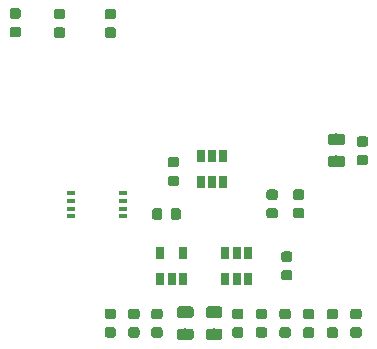
<source format=gtp>
G04 #@! TF.GenerationSoftware,KiCad,Pcbnew,(5.1.0)-1*
G04 #@! TF.CreationDate,2019-05-30T16:04:32+02:00*
G04 #@! TF.ProjectId,currentscaler,63757272-656e-4747-9363-616c65722e6b,rev?*
G04 #@! TF.SameCoordinates,Original*
G04 #@! TF.FileFunction,Paste,Top*
G04 #@! TF.FilePolarity,Positive*
%FSLAX46Y46*%
G04 Gerber Fmt 4.6, Leading zero omitted, Abs format (unit mm)*
G04 Created by KiCad (PCBNEW (5.1.0)-1) date 2019-05-30 16:04:32*
%MOMM*%
%LPD*%
G04 APERTURE LIST*
%ADD10R,0.660000X0.360000*%
%ADD11C,0.100000*%
%ADD12C,0.875000*%
%ADD13C,0.975000*%
%ADD14R,0.650000X1.060000*%
G04 APERTURE END LIST*
D10*
X133714999Y-111850000D03*
X133714999Y-112500000D03*
X133714999Y-113800000D03*
X133714999Y-113145000D03*
X138164999Y-113155000D03*
X138164999Y-113810000D03*
X138164999Y-112510000D03*
X138164999Y-111860000D03*
D11*
G36*
X141265191Y-113126053D02*
G01*
X141286426Y-113129203D01*
X141307250Y-113134419D01*
X141327462Y-113141651D01*
X141346868Y-113150830D01*
X141365281Y-113161866D01*
X141382524Y-113174654D01*
X141398430Y-113189070D01*
X141412846Y-113204976D01*
X141425634Y-113222219D01*
X141436670Y-113240632D01*
X141445849Y-113260038D01*
X141453081Y-113280250D01*
X141458297Y-113301074D01*
X141461447Y-113322309D01*
X141462500Y-113343750D01*
X141462500Y-113856250D01*
X141461447Y-113877691D01*
X141458297Y-113898926D01*
X141453081Y-113919750D01*
X141445849Y-113939962D01*
X141436670Y-113959368D01*
X141425634Y-113977781D01*
X141412846Y-113995024D01*
X141398430Y-114010930D01*
X141382524Y-114025346D01*
X141365281Y-114038134D01*
X141346868Y-114049170D01*
X141327462Y-114058349D01*
X141307250Y-114065581D01*
X141286426Y-114070797D01*
X141265191Y-114073947D01*
X141243750Y-114075000D01*
X140806250Y-114075000D01*
X140784809Y-114073947D01*
X140763574Y-114070797D01*
X140742750Y-114065581D01*
X140722538Y-114058349D01*
X140703132Y-114049170D01*
X140684719Y-114038134D01*
X140667476Y-114025346D01*
X140651570Y-114010930D01*
X140637154Y-113995024D01*
X140624366Y-113977781D01*
X140613330Y-113959368D01*
X140604151Y-113939962D01*
X140596919Y-113919750D01*
X140591703Y-113898926D01*
X140588553Y-113877691D01*
X140587500Y-113856250D01*
X140587500Y-113343750D01*
X140588553Y-113322309D01*
X140591703Y-113301074D01*
X140596919Y-113280250D01*
X140604151Y-113260038D01*
X140613330Y-113240632D01*
X140624366Y-113222219D01*
X140637154Y-113204976D01*
X140651570Y-113189070D01*
X140667476Y-113174654D01*
X140684719Y-113161866D01*
X140703132Y-113150830D01*
X140722538Y-113141651D01*
X140742750Y-113134419D01*
X140763574Y-113129203D01*
X140784809Y-113126053D01*
X140806250Y-113125000D01*
X141243750Y-113125000D01*
X141265191Y-113126053D01*
X141265191Y-113126053D01*
G37*
D12*
X141025000Y-113600000D03*
D11*
G36*
X142840191Y-113126053D02*
G01*
X142861426Y-113129203D01*
X142882250Y-113134419D01*
X142902462Y-113141651D01*
X142921868Y-113150830D01*
X142940281Y-113161866D01*
X142957524Y-113174654D01*
X142973430Y-113189070D01*
X142987846Y-113204976D01*
X143000634Y-113222219D01*
X143011670Y-113240632D01*
X143020849Y-113260038D01*
X143028081Y-113280250D01*
X143033297Y-113301074D01*
X143036447Y-113322309D01*
X143037500Y-113343750D01*
X143037500Y-113856250D01*
X143036447Y-113877691D01*
X143033297Y-113898926D01*
X143028081Y-113919750D01*
X143020849Y-113939962D01*
X143011670Y-113959368D01*
X143000634Y-113977781D01*
X142987846Y-113995024D01*
X142973430Y-114010930D01*
X142957524Y-114025346D01*
X142940281Y-114038134D01*
X142921868Y-114049170D01*
X142902462Y-114058349D01*
X142882250Y-114065581D01*
X142861426Y-114070797D01*
X142840191Y-114073947D01*
X142818750Y-114075000D01*
X142381250Y-114075000D01*
X142359809Y-114073947D01*
X142338574Y-114070797D01*
X142317750Y-114065581D01*
X142297538Y-114058349D01*
X142278132Y-114049170D01*
X142259719Y-114038134D01*
X142242476Y-114025346D01*
X142226570Y-114010930D01*
X142212154Y-113995024D01*
X142199366Y-113977781D01*
X142188330Y-113959368D01*
X142179151Y-113939962D01*
X142171919Y-113919750D01*
X142166703Y-113898926D01*
X142163553Y-113877691D01*
X142162500Y-113856250D01*
X142162500Y-113343750D01*
X142163553Y-113322309D01*
X142166703Y-113301074D01*
X142171919Y-113280250D01*
X142179151Y-113260038D01*
X142188330Y-113240632D01*
X142199366Y-113222219D01*
X142212154Y-113204976D01*
X142226570Y-113189070D01*
X142242476Y-113174654D01*
X142259719Y-113161866D01*
X142278132Y-113150830D01*
X142297538Y-113141651D01*
X142317750Y-113134419D01*
X142338574Y-113129203D01*
X142359809Y-113126053D01*
X142381250Y-113125000D01*
X142818750Y-113125000D01*
X142840191Y-113126053D01*
X142840191Y-113126053D01*
G37*
D12*
X142600000Y-113600000D03*
D11*
G36*
X156680142Y-108663674D02*
G01*
X156703803Y-108667184D01*
X156727007Y-108672996D01*
X156749529Y-108681054D01*
X156771153Y-108691282D01*
X156791670Y-108703579D01*
X156810883Y-108717829D01*
X156828607Y-108733893D01*
X156844671Y-108751617D01*
X156858921Y-108770830D01*
X156871218Y-108791347D01*
X156881446Y-108812971D01*
X156889504Y-108835493D01*
X156895316Y-108858697D01*
X156898826Y-108882358D01*
X156900000Y-108906250D01*
X156900000Y-109393750D01*
X156898826Y-109417642D01*
X156895316Y-109441303D01*
X156889504Y-109464507D01*
X156881446Y-109487029D01*
X156871218Y-109508653D01*
X156858921Y-109529170D01*
X156844671Y-109548383D01*
X156828607Y-109566107D01*
X156810883Y-109582171D01*
X156791670Y-109596421D01*
X156771153Y-109608718D01*
X156749529Y-109618946D01*
X156727007Y-109627004D01*
X156703803Y-109632816D01*
X156680142Y-109636326D01*
X156656250Y-109637500D01*
X155743750Y-109637500D01*
X155719858Y-109636326D01*
X155696197Y-109632816D01*
X155672993Y-109627004D01*
X155650471Y-109618946D01*
X155628847Y-109608718D01*
X155608330Y-109596421D01*
X155589117Y-109582171D01*
X155571393Y-109566107D01*
X155555329Y-109548383D01*
X155541079Y-109529170D01*
X155528782Y-109508653D01*
X155518554Y-109487029D01*
X155510496Y-109464507D01*
X155504684Y-109441303D01*
X155501174Y-109417642D01*
X155500000Y-109393750D01*
X155500000Y-108906250D01*
X155501174Y-108882358D01*
X155504684Y-108858697D01*
X155510496Y-108835493D01*
X155518554Y-108812971D01*
X155528782Y-108791347D01*
X155541079Y-108770830D01*
X155555329Y-108751617D01*
X155571393Y-108733893D01*
X155589117Y-108717829D01*
X155608330Y-108703579D01*
X155628847Y-108691282D01*
X155650471Y-108681054D01*
X155672993Y-108672996D01*
X155696197Y-108667184D01*
X155719858Y-108663674D01*
X155743750Y-108662500D01*
X156656250Y-108662500D01*
X156680142Y-108663674D01*
X156680142Y-108663674D01*
G37*
D13*
X156200000Y-109150000D03*
D11*
G36*
X156680142Y-106788674D02*
G01*
X156703803Y-106792184D01*
X156727007Y-106797996D01*
X156749529Y-106806054D01*
X156771153Y-106816282D01*
X156791670Y-106828579D01*
X156810883Y-106842829D01*
X156828607Y-106858893D01*
X156844671Y-106876617D01*
X156858921Y-106895830D01*
X156871218Y-106916347D01*
X156881446Y-106937971D01*
X156889504Y-106960493D01*
X156895316Y-106983697D01*
X156898826Y-107007358D01*
X156900000Y-107031250D01*
X156900000Y-107518750D01*
X156898826Y-107542642D01*
X156895316Y-107566303D01*
X156889504Y-107589507D01*
X156881446Y-107612029D01*
X156871218Y-107633653D01*
X156858921Y-107654170D01*
X156844671Y-107673383D01*
X156828607Y-107691107D01*
X156810883Y-107707171D01*
X156791670Y-107721421D01*
X156771153Y-107733718D01*
X156749529Y-107743946D01*
X156727007Y-107752004D01*
X156703803Y-107757816D01*
X156680142Y-107761326D01*
X156656250Y-107762500D01*
X155743750Y-107762500D01*
X155719858Y-107761326D01*
X155696197Y-107757816D01*
X155672993Y-107752004D01*
X155650471Y-107743946D01*
X155628847Y-107733718D01*
X155608330Y-107721421D01*
X155589117Y-107707171D01*
X155571393Y-107691107D01*
X155555329Y-107673383D01*
X155541079Y-107654170D01*
X155528782Y-107633653D01*
X155518554Y-107612029D01*
X155510496Y-107589507D01*
X155504684Y-107566303D01*
X155501174Y-107542642D01*
X155500000Y-107518750D01*
X155500000Y-107031250D01*
X155501174Y-107007358D01*
X155504684Y-106983697D01*
X155510496Y-106960493D01*
X155518554Y-106937971D01*
X155528782Y-106916347D01*
X155541079Y-106895830D01*
X155555329Y-106876617D01*
X155571393Y-106858893D01*
X155589117Y-106842829D01*
X155608330Y-106828579D01*
X155628847Y-106816282D01*
X155650471Y-106806054D01*
X155672993Y-106797996D01*
X155696197Y-106792184D01*
X155719858Y-106788674D01*
X155743750Y-106787500D01*
X156656250Y-106787500D01*
X156680142Y-106788674D01*
X156680142Y-106788674D01*
G37*
D13*
X156200000Y-107275000D03*
D11*
G36*
X146330142Y-121426174D02*
G01*
X146353803Y-121429684D01*
X146377007Y-121435496D01*
X146399529Y-121443554D01*
X146421153Y-121453782D01*
X146441670Y-121466079D01*
X146460883Y-121480329D01*
X146478607Y-121496393D01*
X146494671Y-121514117D01*
X146508921Y-121533330D01*
X146521218Y-121553847D01*
X146531446Y-121575471D01*
X146539504Y-121597993D01*
X146545316Y-121621197D01*
X146548826Y-121644858D01*
X146550000Y-121668750D01*
X146550000Y-122156250D01*
X146548826Y-122180142D01*
X146545316Y-122203803D01*
X146539504Y-122227007D01*
X146531446Y-122249529D01*
X146521218Y-122271153D01*
X146508921Y-122291670D01*
X146494671Y-122310883D01*
X146478607Y-122328607D01*
X146460883Y-122344671D01*
X146441670Y-122358921D01*
X146421153Y-122371218D01*
X146399529Y-122381446D01*
X146377007Y-122389504D01*
X146353803Y-122395316D01*
X146330142Y-122398826D01*
X146306250Y-122400000D01*
X145393750Y-122400000D01*
X145369858Y-122398826D01*
X145346197Y-122395316D01*
X145322993Y-122389504D01*
X145300471Y-122381446D01*
X145278847Y-122371218D01*
X145258330Y-122358921D01*
X145239117Y-122344671D01*
X145221393Y-122328607D01*
X145205329Y-122310883D01*
X145191079Y-122291670D01*
X145178782Y-122271153D01*
X145168554Y-122249529D01*
X145160496Y-122227007D01*
X145154684Y-122203803D01*
X145151174Y-122180142D01*
X145150000Y-122156250D01*
X145150000Y-121668750D01*
X145151174Y-121644858D01*
X145154684Y-121621197D01*
X145160496Y-121597993D01*
X145168554Y-121575471D01*
X145178782Y-121553847D01*
X145191079Y-121533330D01*
X145205329Y-121514117D01*
X145221393Y-121496393D01*
X145239117Y-121480329D01*
X145258330Y-121466079D01*
X145278847Y-121453782D01*
X145300471Y-121443554D01*
X145322993Y-121435496D01*
X145346197Y-121429684D01*
X145369858Y-121426174D01*
X145393750Y-121425000D01*
X146306250Y-121425000D01*
X146330142Y-121426174D01*
X146330142Y-121426174D01*
G37*
D13*
X145850000Y-121912500D03*
D11*
G36*
X146330142Y-123301174D02*
G01*
X146353803Y-123304684D01*
X146377007Y-123310496D01*
X146399529Y-123318554D01*
X146421153Y-123328782D01*
X146441670Y-123341079D01*
X146460883Y-123355329D01*
X146478607Y-123371393D01*
X146494671Y-123389117D01*
X146508921Y-123408330D01*
X146521218Y-123428847D01*
X146531446Y-123450471D01*
X146539504Y-123472993D01*
X146545316Y-123496197D01*
X146548826Y-123519858D01*
X146550000Y-123543750D01*
X146550000Y-124031250D01*
X146548826Y-124055142D01*
X146545316Y-124078803D01*
X146539504Y-124102007D01*
X146531446Y-124124529D01*
X146521218Y-124146153D01*
X146508921Y-124166670D01*
X146494671Y-124185883D01*
X146478607Y-124203607D01*
X146460883Y-124219671D01*
X146441670Y-124233921D01*
X146421153Y-124246218D01*
X146399529Y-124256446D01*
X146377007Y-124264504D01*
X146353803Y-124270316D01*
X146330142Y-124273826D01*
X146306250Y-124275000D01*
X145393750Y-124275000D01*
X145369858Y-124273826D01*
X145346197Y-124270316D01*
X145322993Y-124264504D01*
X145300471Y-124256446D01*
X145278847Y-124246218D01*
X145258330Y-124233921D01*
X145239117Y-124219671D01*
X145221393Y-124203607D01*
X145205329Y-124185883D01*
X145191079Y-124166670D01*
X145178782Y-124146153D01*
X145168554Y-124124529D01*
X145160496Y-124102007D01*
X145154684Y-124078803D01*
X145151174Y-124055142D01*
X145150000Y-124031250D01*
X145150000Y-123543750D01*
X145151174Y-123519858D01*
X145154684Y-123496197D01*
X145160496Y-123472993D01*
X145168554Y-123450471D01*
X145178782Y-123428847D01*
X145191079Y-123408330D01*
X145205329Y-123389117D01*
X145221393Y-123371393D01*
X145239117Y-123355329D01*
X145258330Y-123341079D01*
X145278847Y-123328782D01*
X145300471Y-123318554D01*
X145322993Y-123310496D01*
X145346197Y-123304684D01*
X145369858Y-123301174D01*
X145393750Y-123300000D01*
X146306250Y-123300000D01*
X146330142Y-123301174D01*
X146330142Y-123301174D01*
G37*
D13*
X145850000Y-123787500D03*
D11*
G36*
X143880142Y-123301174D02*
G01*
X143903803Y-123304684D01*
X143927007Y-123310496D01*
X143949529Y-123318554D01*
X143971153Y-123328782D01*
X143991670Y-123341079D01*
X144010883Y-123355329D01*
X144028607Y-123371393D01*
X144044671Y-123389117D01*
X144058921Y-123408330D01*
X144071218Y-123428847D01*
X144081446Y-123450471D01*
X144089504Y-123472993D01*
X144095316Y-123496197D01*
X144098826Y-123519858D01*
X144100000Y-123543750D01*
X144100000Y-124031250D01*
X144098826Y-124055142D01*
X144095316Y-124078803D01*
X144089504Y-124102007D01*
X144081446Y-124124529D01*
X144071218Y-124146153D01*
X144058921Y-124166670D01*
X144044671Y-124185883D01*
X144028607Y-124203607D01*
X144010883Y-124219671D01*
X143991670Y-124233921D01*
X143971153Y-124246218D01*
X143949529Y-124256446D01*
X143927007Y-124264504D01*
X143903803Y-124270316D01*
X143880142Y-124273826D01*
X143856250Y-124275000D01*
X142943750Y-124275000D01*
X142919858Y-124273826D01*
X142896197Y-124270316D01*
X142872993Y-124264504D01*
X142850471Y-124256446D01*
X142828847Y-124246218D01*
X142808330Y-124233921D01*
X142789117Y-124219671D01*
X142771393Y-124203607D01*
X142755329Y-124185883D01*
X142741079Y-124166670D01*
X142728782Y-124146153D01*
X142718554Y-124124529D01*
X142710496Y-124102007D01*
X142704684Y-124078803D01*
X142701174Y-124055142D01*
X142700000Y-124031250D01*
X142700000Y-123543750D01*
X142701174Y-123519858D01*
X142704684Y-123496197D01*
X142710496Y-123472993D01*
X142718554Y-123450471D01*
X142728782Y-123428847D01*
X142741079Y-123408330D01*
X142755329Y-123389117D01*
X142771393Y-123371393D01*
X142789117Y-123355329D01*
X142808330Y-123341079D01*
X142828847Y-123328782D01*
X142850471Y-123318554D01*
X142872993Y-123310496D01*
X142896197Y-123304684D01*
X142919858Y-123301174D01*
X142943750Y-123300000D01*
X143856250Y-123300000D01*
X143880142Y-123301174D01*
X143880142Y-123301174D01*
G37*
D13*
X143400000Y-123787500D03*
D11*
G36*
X143880142Y-121426174D02*
G01*
X143903803Y-121429684D01*
X143927007Y-121435496D01*
X143949529Y-121443554D01*
X143971153Y-121453782D01*
X143991670Y-121466079D01*
X144010883Y-121480329D01*
X144028607Y-121496393D01*
X144044671Y-121514117D01*
X144058921Y-121533330D01*
X144071218Y-121553847D01*
X144081446Y-121575471D01*
X144089504Y-121597993D01*
X144095316Y-121621197D01*
X144098826Y-121644858D01*
X144100000Y-121668750D01*
X144100000Y-122156250D01*
X144098826Y-122180142D01*
X144095316Y-122203803D01*
X144089504Y-122227007D01*
X144081446Y-122249529D01*
X144071218Y-122271153D01*
X144058921Y-122291670D01*
X144044671Y-122310883D01*
X144028607Y-122328607D01*
X144010883Y-122344671D01*
X143991670Y-122358921D01*
X143971153Y-122371218D01*
X143949529Y-122381446D01*
X143927007Y-122389504D01*
X143903803Y-122395316D01*
X143880142Y-122398826D01*
X143856250Y-122400000D01*
X142943750Y-122400000D01*
X142919858Y-122398826D01*
X142896197Y-122395316D01*
X142872993Y-122389504D01*
X142850471Y-122381446D01*
X142828847Y-122371218D01*
X142808330Y-122358921D01*
X142789117Y-122344671D01*
X142771393Y-122328607D01*
X142755329Y-122310883D01*
X142741079Y-122291670D01*
X142728782Y-122271153D01*
X142718554Y-122249529D01*
X142710496Y-122227007D01*
X142704684Y-122203803D01*
X142701174Y-122180142D01*
X142700000Y-122156250D01*
X142700000Y-121668750D01*
X142701174Y-121644858D01*
X142704684Y-121621197D01*
X142710496Y-121597993D01*
X142718554Y-121575471D01*
X142728782Y-121553847D01*
X142741079Y-121533330D01*
X142755329Y-121514117D01*
X142771393Y-121496393D01*
X142789117Y-121480329D01*
X142808330Y-121466079D01*
X142828847Y-121453782D01*
X142850471Y-121443554D01*
X142872993Y-121435496D01*
X142896197Y-121429684D01*
X142919858Y-121426174D01*
X142943750Y-121425000D01*
X143856250Y-121425000D01*
X143880142Y-121426174D01*
X143880142Y-121426174D01*
G37*
D13*
X143400000Y-121912500D03*
D11*
G36*
X150127691Y-123188553D02*
G01*
X150148926Y-123191703D01*
X150169750Y-123196919D01*
X150189962Y-123204151D01*
X150209368Y-123213330D01*
X150227781Y-123224366D01*
X150245024Y-123237154D01*
X150260930Y-123251570D01*
X150275346Y-123267476D01*
X150288134Y-123284719D01*
X150299170Y-123303132D01*
X150308349Y-123322538D01*
X150315581Y-123342750D01*
X150320797Y-123363574D01*
X150323947Y-123384809D01*
X150325000Y-123406250D01*
X150325000Y-123843750D01*
X150323947Y-123865191D01*
X150320797Y-123886426D01*
X150315581Y-123907250D01*
X150308349Y-123927462D01*
X150299170Y-123946868D01*
X150288134Y-123965281D01*
X150275346Y-123982524D01*
X150260930Y-123998430D01*
X150245024Y-124012846D01*
X150227781Y-124025634D01*
X150209368Y-124036670D01*
X150189962Y-124045849D01*
X150169750Y-124053081D01*
X150148926Y-124058297D01*
X150127691Y-124061447D01*
X150106250Y-124062500D01*
X149593750Y-124062500D01*
X149572309Y-124061447D01*
X149551074Y-124058297D01*
X149530250Y-124053081D01*
X149510038Y-124045849D01*
X149490632Y-124036670D01*
X149472219Y-124025634D01*
X149454976Y-124012846D01*
X149439070Y-123998430D01*
X149424654Y-123982524D01*
X149411866Y-123965281D01*
X149400830Y-123946868D01*
X149391651Y-123927462D01*
X149384419Y-123907250D01*
X149379203Y-123886426D01*
X149376053Y-123865191D01*
X149375000Y-123843750D01*
X149375000Y-123406250D01*
X149376053Y-123384809D01*
X149379203Y-123363574D01*
X149384419Y-123342750D01*
X149391651Y-123322538D01*
X149400830Y-123303132D01*
X149411866Y-123284719D01*
X149424654Y-123267476D01*
X149439070Y-123251570D01*
X149454976Y-123237154D01*
X149472219Y-123224366D01*
X149490632Y-123213330D01*
X149510038Y-123204151D01*
X149530250Y-123196919D01*
X149551074Y-123191703D01*
X149572309Y-123188553D01*
X149593750Y-123187500D01*
X150106250Y-123187500D01*
X150127691Y-123188553D01*
X150127691Y-123188553D01*
G37*
D12*
X149850000Y-123625000D03*
D11*
G36*
X150127691Y-121613553D02*
G01*
X150148926Y-121616703D01*
X150169750Y-121621919D01*
X150189962Y-121629151D01*
X150209368Y-121638330D01*
X150227781Y-121649366D01*
X150245024Y-121662154D01*
X150260930Y-121676570D01*
X150275346Y-121692476D01*
X150288134Y-121709719D01*
X150299170Y-121728132D01*
X150308349Y-121747538D01*
X150315581Y-121767750D01*
X150320797Y-121788574D01*
X150323947Y-121809809D01*
X150325000Y-121831250D01*
X150325000Y-122268750D01*
X150323947Y-122290191D01*
X150320797Y-122311426D01*
X150315581Y-122332250D01*
X150308349Y-122352462D01*
X150299170Y-122371868D01*
X150288134Y-122390281D01*
X150275346Y-122407524D01*
X150260930Y-122423430D01*
X150245024Y-122437846D01*
X150227781Y-122450634D01*
X150209368Y-122461670D01*
X150189962Y-122470849D01*
X150169750Y-122478081D01*
X150148926Y-122483297D01*
X150127691Y-122486447D01*
X150106250Y-122487500D01*
X149593750Y-122487500D01*
X149572309Y-122486447D01*
X149551074Y-122483297D01*
X149530250Y-122478081D01*
X149510038Y-122470849D01*
X149490632Y-122461670D01*
X149472219Y-122450634D01*
X149454976Y-122437846D01*
X149439070Y-122423430D01*
X149424654Y-122407524D01*
X149411866Y-122390281D01*
X149400830Y-122371868D01*
X149391651Y-122352462D01*
X149384419Y-122332250D01*
X149379203Y-122311426D01*
X149376053Y-122290191D01*
X149375000Y-122268750D01*
X149375000Y-121831250D01*
X149376053Y-121809809D01*
X149379203Y-121788574D01*
X149384419Y-121767750D01*
X149391651Y-121747538D01*
X149400830Y-121728132D01*
X149411866Y-121709719D01*
X149424654Y-121692476D01*
X149439070Y-121676570D01*
X149454976Y-121662154D01*
X149472219Y-121649366D01*
X149490632Y-121638330D01*
X149510038Y-121629151D01*
X149530250Y-121621919D01*
X149551074Y-121616703D01*
X149572309Y-121613553D01*
X149593750Y-121612500D01*
X150106250Y-121612500D01*
X150127691Y-121613553D01*
X150127691Y-121613553D01*
G37*
D12*
X149850000Y-122050000D03*
D14*
X141300000Y-119100000D03*
X142250000Y-119100000D03*
X143200000Y-119100000D03*
X143200000Y-116900000D03*
X141300000Y-116900000D03*
X147750000Y-119100000D03*
X148700000Y-119100000D03*
X146800000Y-119100000D03*
X146800000Y-116900000D03*
X147750000Y-116900000D03*
X148700000Y-116900000D03*
X144700000Y-110850000D03*
X145650000Y-110850000D03*
X146600000Y-110850000D03*
X146600000Y-108650000D03*
X144700000Y-108650000D03*
X145650000Y-108650000D03*
D11*
G36*
X148127691Y-123201053D02*
G01*
X148148926Y-123204203D01*
X148169750Y-123209419D01*
X148189962Y-123216651D01*
X148209368Y-123225830D01*
X148227781Y-123236866D01*
X148245024Y-123249654D01*
X148260930Y-123264070D01*
X148275346Y-123279976D01*
X148288134Y-123297219D01*
X148299170Y-123315632D01*
X148308349Y-123335038D01*
X148315581Y-123355250D01*
X148320797Y-123376074D01*
X148323947Y-123397309D01*
X148325000Y-123418750D01*
X148325000Y-123856250D01*
X148323947Y-123877691D01*
X148320797Y-123898926D01*
X148315581Y-123919750D01*
X148308349Y-123939962D01*
X148299170Y-123959368D01*
X148288134Y-123977781D01*
X148275346Y-123995024D01*
X148260930Y-124010930D01*
X148245024Y-124025346D01*
X148227781Y-124038134D01*
X148209368Y-124049170D01*
X148189962Y-124058349D01*
X148169750Y-124065581D01*
X148148926Y-124070797D01*
X148127691Y-124073947D01*
X148106250Y-124075000D01*
X147593750Y-124075000D01*
X147572309Y-124073947D01*
X147551074Y-124070797D01*
X147530250Y-124065581D01*
X147510038Y-124058349D01*
X147490632Y-124049170D01*
X147472219Y-124038134D01*
X147454976Y-124025346D01*
X147439070Y-124010930D01*
X147424654Y-123995024D01*
X147411866Y-123977781D01*
X147400830Y-123959368D01*
X147391651Y-123939962D01*
X147384419Y-123919750D01*
X147379203Y-123898926D01*
X147376053Y-123877691D01*
X147375000Y-123856250D01*
X147375000Y-123418750D01*
X147376053Y-123397309D01*
X147379203Y-123376074D01*
X147384419Y-123355250D01*
X147391651Y-123335038D01*
X147400830Y-123315632D01*
X147411866Y-123297219D01*
X147424654Y-123279976D01*
X147439070Y-123264070D01*
X147454976Y-123249654D01*
X147472219Y-123236866D01*
X147490632Y-123225830D01*
X147510038Y-123216651D01*
X147530250Y-123209419D01*
X147551074Y-123204203D01*
X147572309Y-123201053D01*
X147593750Y-123200000D01*
X148106250Y-123200000D01*
X148127691Y-123201053D01*
X148127691Y-123201053D01*
G37*
D12*
X147850000Y-123637500D03*
D11*
G36*
X148127691Y-121626053D02*
G01*
X148148926Y-121629203D01*
X148169750Y-121634419D01*
X148189962Y-121641651D01*
X148209368Y-121650830D01*
X148227781Y-121661866D01*
X148245024Y-121674654D01*
X148260930Y-121689070D01*
X148275346Y-121704976D01*
X148288134Y-121722219D01*
X148299170Y-121740632D01*
X148308349Y-121760038D01*
X148315581Y-121780250D01*
X148320797Y-121801074D01*
X148323947Y-121822309D01*
X148325000Y-121843750D01*
X148325000Y-122281250D01*
X148323947Y-122302691D01*
X148320797Y-122323926D01*
X148315581Y-122344750D01*
X148308349Y-122364962D01*
X148299170Y-122384368D01*
X148288134Y-122402781D01*
X148275346Y-122420024D01*
X148260930Y-122435930D01*
X148245024Y-122450346D01*
X148227781Y-122463134D01*
X148209368Y-122474170D01*
X148189962Y-122483349D01*
X148169750Y-122490581D01*
X148148926Y-122495797D01*
X148127691Y-122498947D01*
X148106250Y-122500000D01*
X147593750Y-122500000D01*
X147572309Y-122498947D01*
X147551074Y-122495797D01*
X147530250Y-122490581D01*
X147510038Y-122483349D01*
X147490632Y-122474170D01*
X147472219Y-122463134D01*
X147454976Y-122450346D01*
X147439070Y-122435930D01*
X147424654Y-122420024D01*
X147411866Y-122402781D01*
X147400830Y-122384368D01*
X147391651Y-122364962D01*
X147384419Y-122344750D01*
X147379203Y-122323926D01*
X147376053Y-122302691D01*
X147375000Y-122281250D01*
X147375000Y-121843750D01*
X147376053Y-121822309D01*
X147379203Y-121801074D01*
X147384419Y-121780250D01*
X147391651Y-121760038D01*
X147400830Y-121740632D01*
X147411866Y-121722219D01*
X147424654Y-121704976D01*
X147439070Y-121689070D01*
X147454976Y-121674654D01*
X147472219Y-121661866D01*
X147490632Y-121650830D01*
X147510038Y-121641651D01*
X147530250Y-121634419D01*
X147551074Y-121629203D01*
X147572309Y-121626053D01*
X147593750Y-121625000D01*
X148106250Y-121625000D01*
X148127691Y-121626053D01*
X148127691Y-121626053D01*
G37*
D12*
X147850000Y-122062500D03*
D11*
G36*
X151027691Y-111526053D02*
G01*
X151048926Y-111529203D01*
X151069750Y-111534419D01*
X151089962Y-111541651D01*
X151109368Y-111550830D01*
X151127781Y-111561866D01*
X151145024Y-111574654D01*
X151160930Y-111589070D01*
X151175346Y-111604976D01*
X151188134Y-111622219D01*
X151199170Y-111640632D01*
X151208349Y-111660038D01*
X151215581Y-111680250D01*
X151220797Y-111701074D01*
X151223947Y-111722309D01*
X151225000Y-111743750D01*
X151225000Y-112181250D01*
X151223947Y-112202691D01*
X151220797Y-112223926D01*
X151215581Y-112244750D01*
X151208349Y-112264962D01*
X151199170Y-112284368D01*
X151188134Y-112302781D01*
X151175346Y-112320024D01*
X151160930Y-112335930D01*
X151145024Y-112350346D01*
X151127781Y-112363134D01*
X151109368Y-112374170D01*
X151089962Y-112383349D01*
X151069750Y-112390581D01*
X151048926Y-112395797D01*
X151027691Y-112398947D01*
X151006250Y-112400000D01*
X150493750Y-112400000D01*
X150472309Y-112398947D01*
X150451074Y-112395797D01*
X150430250Y-112390581D01*
X150410038Y-112383349D01*
X150390632Y-112374170D01*
X150372219Y-112363134D01*
X150354976Y-112350346D01*
X150339070Y-112335930D01*
X150324654Y-112320024D01*
X150311866Y-112302781D01*
X150300830Y-112284368D01*
X150291651Y-112264962D01*
X150284419Y-112244750D01*
X150279203Y-112223926D01*
X150276053Y-112202691D01*
X150275000Y-112181250D01*
X150275000Y-111743750D01*
X150276053Y-111722309D01*
X150279203Y-111701074D01*
X150284419Y-111680250D01*
X150291651Y-111660038D01*
X150300830Y-111640632D01*
X150311866Y-111622219D01*
X150324654Y-111604976D01*
X150339070Y-111589070D01*
X150354976Y-111574654D01*
X150372219Y-111561866D01*
X150390632Y-111550830D01*
X150410038Y-111541651D01*
X150430250Y-111534419D01*
X150451074Y-111529203D01*
X150472309Y-111526053D01*
X150493750Y-111525000D01*
X151006250Y-111525000D01*
X151027691Y-111526053D01*
X151027691Y-111526053D01*
G37*
D12*
X150750000Y-111962500D03*
D11*
G36*
X151027691Y-113101053D02*
G01*
X151048926Y-113104203D01*
X151069750Y-113109419D01*
X151089962Y-113116651D01*
X151109368Y-113125830D01*
X151127781Y-113136866D01*
X151145024Y-113149654D01*
X151160930Y-113164070D01*
X151175346Y-113179976D01*
X151188134Y-113197219D01*
X151199170Y-113215632D01*
X151208349Y-113235038D01*
X151215581Y-113255250D01*
X151220797Y-113276074D01*
X151223947Y-113297309D01*
X151225000Y-113318750D01*
X151225000Y-113756250D01*
X151223947Y-113777691D01*
X151220797Y-113798926D01*
X151215581Y-113819750D01*
X151208349Y-113839962D01*
X151199170Y-113859368D01*
X151188134Y-113877781D01*
X151175346Y-113895024D01*
X151160930Y-113910930D01*
X151145024Y-113925346D01*
X151127781Y-113938134D01*
X151109368Y-113949170D01*
X151089962Y-113958349D01*
X151069750Y-113965581D01*
X151048926Y-113970797D01*
X151027691Y-113973947D01*
X151006250Y-113975000D01*
X150493750Y-113975000D01*
X150472309Y-113973947D01*
X150451074Y-113970797D01*
X150430250Y-113965581D01*
X150410038Y-113958349D01*
X150390632Y-113949170D01*
X150372219Y-113938134D01*
X150354976Y-113925346D01*
X150339070Y-113910930D01*
X150324654Y-113895024D01*
X150311866Y-113877781D01*
X150300830Y-113859368D01*
X150291651Y-113839962D01*
X150284419Y-113819750D01*
X150279203Y-113798926D01*
X150276053Y-113777691D01*
X150275000Y-113756250D01*
X150275000Y-113318750D01*
X150276053Y-113297309D01*
X150279203Y-113276074D01*
X150284419Y-113255250D01*
X150291651Y-113235038D01*
X150300830Y-113215632D01*
X150311866Y-113197219D01*
X150324654Y-113179976D01*
X150339070Y-113164070D01*
X150354976Y-113149654D01*
X150372219Y-113136866D01*
X150390632Y-113125830D01*
X150410038Y-113116651D01*
X150430250Y-113109419D01*
X150451074Y-113104203D01*
X150472309Y-113101053D01*
X150493750Y-113100000D01*
X151006250Y-113100000D01*
X151027691Y-113101053D01*
X151027691Y-113101053D01*
G37*
D12*
X150750000Y-113537500D03*
D11*
G36*
X133027691Y-97801053D02*
G01*
X133048926Y-97804203D01*
X133069750Y-97809419D01*
X133089962Y-97816651D01*
X133109368Y-97825830D01*
X133127781Y-97836866D01*
X133145024Y-97849654D01*
X133160930Y-97864070D01*
X133175346Y-97879976D01*
X133188134Y-97897219D01*
X133199170Y-97915632D01*
X133208349Y-97935038D01*
X133215581Y-97955250D01*
X133220797Y-97976074D01*
X133223947Y-97997309D01*
X133225000Y-98018750D01*
X133225000Y-98456250D01*
X133223947Y-98477691D01*
X133220797Y-98498926D01*
X133215581Y-98519750D01*
X133208349Y-98539962D01*
X133199170Y-98559368D01*
X133188134Y-98577781D01*
X133175346Y-98595024D01*
X133160930Y-98610930D01*
X133145024Y-98625346D01*
X133127781Y-98638134D01*
X133109368Y-98649170D01*
X133089962Y-98658349D01*
X133069750Y-98665581D01*
X133048926Y-98670797D01*
X133027691Y-98673947D01*
X133006250Y-98675000D01*
X132493750Y-98675000D01*
X132472309Y-98673947D01*
X132451074Y-98670797D01*
X132430250Y-98665581D01*
X132410038Y-98658349D01*
X132390632Y-98649170D01*
X132372219Y-98638134D01*
X132354976Y-98625346D01*
X132339070Y-98610930D01*
X132324654Y-98595024D01*
X132311866Y-98577781D01*
X132300830Y-98559368D01*
X132291651Y-98539962D01*
X132284419Y-98519750D01*
X132279203Y-98498926D01*
X132276053Y-98477691D01*
X132275000Y-98456250D01*
X132275000Y-98018750D01*
X132276053Y-97997309D01*
X132279203Y-97976074D01*
X132284419Y-97955250D01*
X132291651Y-97935038D01*
X132300830Y-97915632D01*
X132311866Y-97897219D01*
X132324654Y-97879976D01*
X132339070Y-97864070D01*
X132354976Y-97849654D01*
X132372219Y-97836866D01*
X132390632Y-97825830D01*
X132410038Y-97816651D01*
X132430250Y-97809419D01*
X132451074Y-97804203D01*
X132472309Y-97801053D01*
X132493750Y-97800000D01*
X133006250Y-97800000D01*
X133027691Y-97801053D01*
X133027691Y-97801053D01*
G37*
D12*
X132750000Y-98237500D03*
D11*
G36*
X133027691Y-96226053D02*
G01*
X133048926Y-96229203D01*
X133069750Y-96234419D01*
X133089962Y-96241651D01*
X133109368Y-96250830D01*
X133127781Y-96261866D01*
X133145024Y-96274654D01*
X133160930Y-96289070D01*
X133175346Y-96304976D01*
X133188134Y-96322219D01*
X133199170Y-96340632D01*
X133208349Y-96360038D01*
X133215581Y-96380250D01*
X133220797Y-96401074D01*
X133223947Y-96422309D01*
X133225000Y-96443750D01*
X133225000Y-96881250D01*
X133223947Y-96902691D01*
X133220797Y-96923926D01*
X133215581Y-96944750D01*
X133208349Y-96964962D01*
X133199170Y-96984368D01*
X133188134Y-97002781D01*
X133175346Y-97020024D01*
X133160930Y-97035930D01*
X133145024Y-97050346D01*
X133127781Y-97063134D01*
X133109368Y-97074170D01*
X133089962Y-97083349D01*
X133069750Y-97090581D01*
X133048926Y-97095797D01*
X133027691Y-97098947D01*
X133006250Y-97100000D01*
X132493750Y-97100000D01*
X132472309Y-97098947D01*
X132451074Y-97095797D01*
X132430250Y-97090581D01*
X132410038Y-97083349D01*
X132390632Y-97074170D01*
X132372219Y-97063134D01*
X132354976Y-97050346D01*
X132339070Y-97035930D01*
X132324654Y-97020024D01*
X132311866Y-97002781D01*
X132300830Y-96984368D01*
X132291651Y-96964962D01*
X132284419Y-96944750D01*
X132279203Y-96923926D01*
X132276053Y-96902691D01*
X132275000Y-96881250D01*
X132275000Y-96443750D01*
X132276053Y-96422309D01*
X132279203Y-96401074D01*
X132284419Y-96380250D01*
X132291651Y-96360038D01*
X132300830Y-96340632D01*
X132311866Y-96322219D01*
X132324654Y-96304976D01*
X132339070Y-96289070D01*
X132354976Y-96274654D01*
X132372219Y-96261866D01*
X132390632Y-96250830D01*
X132410038Y-96241651D01*
X132430250Y-96234419D01*
X132451074Y-96229203D01*
X132472309Y-96226053D01*
X132493750Y-96225000D01*
X133006250Y-96225000D01*
X133027691Y-96226053D01*
X133027691Y-96226053D01*
G37*
D12*
X132750000Y-96662500D03*
D11*
G36*
X152127691Y-123201053D02*
G01*
X152148926Y-123204203D01*
X152169750Y-123209419D01*
X152189962Y-123216651D01*
X152209368Y-123225830D01*
X152227781Y-123236866D01*
X152245024Y-123249654D01*
X152260930Y-123264070D01*
X152275346Y-123279976D01*
X152288134Y-123297219D01*
X152299170Y-123315632D01*
X152308349Y-123335038D01*
X152315581Y-123355250D01*
X152320797Y-123376074D01*
X152323947Y-123397309D01*
X152325000Y-123418750D01*
X152325000Y-123856250D01*
X152323947Y-123877691D01*
X152320797Y-123898926D01*
X152315581Y-123919750D01*
X152308349Y-123939962D01*
X152299170Y-123959368D01*
X152288134Y-123977781D01*
X152275346Y-123995024D01*
X152260930Y-124010930D01*
X152245024Y-124025346D01*
X152227781Y-124038134D01*
X152209368Y-124049170D01*
X152189962Y-124058349D01*
X152169750Y-124065581D01*
X152148926Y-124070797D01*
X152127691Y-124073947D01*
X152106250Y-124075000D01*
X151593750Y-124075000D01*
X151572309Y-124073947D01*
X151551074Y-124070797D01*
X151530250Y-124065581D01*
X151510038Y-124058349D01*
X151490632Y-124049170D01*
X151472219Y-124038134D01*
X151454976Y-124025346D01*
X151439070Y-124010930D01*
X151424654Y-123995024D01*
X151411866Y-123977781D01*
X151400830Y-123959368D01*
X151391651Y-123939962D01*
X151384419Y-123919750D01*
X151379203Y-123898926D01*
X151376053Y-123877691D01*
X151375000Y-123856250D01*
X151375000Y-123418750D01*
X151376053Y-123397309D01*
X151379203Y-123376074D01*
X151384419Y-123355250D01*
X151391651Y-123335038D01*
X151400830Y-123315632D01*
X151411866Y-123297219D01*
X151424654Y-123279976D01*
X151439070Y-123264070D01*
X151454976Y-123249654D01*
X151472219Y-123236866D01*
X151490632Y-123225830D01*
X151510038Y-123216651D01*
X151530250Y-123209419D01*
X151551074Y-123204203D01*
X151572309Y-123201053D01*
X151593750Y-123200000D01*
X152106250Y-123200000D01*
X152127691Y-123201053D01*
X152127691Y-123201053D01*
G37*
D12*
X151850000Y-123637500D03*
D11*
G36*
X152127691Y-121626053D02*
G01*
X152148926Y-121629203D01*
X152169750Y-121634419D01*
X152189962Y-121641651D01*
X152209368Y-121650830D01*
X152227781Y-121661866D01*
X152245024Y-121674654D01*
X152260930Y-121689070D01*
X152275346Y-121704976D01*
X152288134Y-121722219D01*
X152299170Y-121740632D01*
X152308349Y-121760038D01*
X152315581Y-121780250D01*
X152320797Y-121801074D01*
X152323947Y-121822309D01*
X152325000Y-121843750D01*
X152325000Y-122281250D01*
X152323947Y-122302691D01*
X152320797Y-122323926D01*
X152315581Y-122344750D01*
X152308349Y-122364962D01*
X152299170Y-122384368D01*
X152288134Y-122402781D01*
X152275346Y-122420024D01*
X152260930Y-122435930D01*
X152245024Y-122450346D01*
X152227781Y-122463134D01*
X152209368Y-122474170D01*
X152189962Y-122483349D01*
X152169750Y-122490581D01*
X152148926Y-122495797D01*
X152127691Y-122498947D01*
X152106250Y-122500000D01*
X151593750Y-122500000D01*
X151572309Y-122498947D01*
X151551074Y-122495797D01*
X151530250Y-122490581D01*
X151510038Y-122483349D01*
X151490632Y-122474170D01*
X151472219Y-122463134D01*
X151454976Y-122450346D01*
X151439070Y-122435930D01*
X151424654Y-122420024D01*
X151411866Y-122402781D01*
X151400830Y-122384368D01*
X151391651Y-122364962D01*
X151384419Y-122344750D01*
X151379203Y-122323926D01*
X151376053Y-122302691D01*
X151375000Y-122281250D01*
X151375000Y-121843750D01*
X151376053Y-121822309D01*
X151379203Y-121801074D01*
X151384419Y-121780250D01*
X151391651Y-121760038D01*
X151400830Y-121740632D01*
X151411866Y-121722219D01*
X151424654Y-121704976D01*
X151439070Y-121689070D01*
X151454976Y-121674654D01*
X151472219Y-121661866D01*
X151490632Y-121650830D01*
X151510038Y-121641651D01*
X151530250Y-121634419D01*
X151551074Y-121629203D01*
X151572309Y-121626053D01*
X151593750Y-121625000D01*
X152106250Y-121625000D01*
X152127691Y-121626053D01*
X152127691Y-121626053D01*
G37*
D12*
X151850000Y-122062500D03*
D11*
G36*
X137327691Y-96226053D02*
G01*
X137348926Y-96229203D01*
X137369750Y-96234419D01*
X137389962Y-96241651D01*
X137409368Y-96250830D01*
X137427781Y-96261866D01*
X137445024Y-96274654D01*
X137460930Y-96289070D01*
X137475346Y-96304976D01*
X137488134Y-96322219D01*
X137499170Y-96340632D01*
X137508349Y-96360038D01*
X137515581Y-96380250D01*
X137520797Y-96401074D01*
X137523947Y-96422309D01*
X137525000Y-96443750D01*
X137525000Y-96881250D01*
X137523947Y-96902691D01*
X137520797Y-96923926D01*
X137515581Y-96944750D01*
X137508349Y-96964962D01*
X137499170Y-96984368D01*
X137488134Y-97002781D01*
X137475346Y-97020024D01*
X137460930Y-97035930D01*
X137445024Y-97050346D01*
X137427781Y-97063134D01*
X137409368Y-97074170D01*
X137389962Y-97083349D01*
X137369750Y-97090581D01*
X137348926Y-97095797D01*
X137327691Y-97098947D01*
X137306250Y-97100000D01*
X136793750Y-97100000D01*
X136772309Y-97098947D01*
X136751074Y-97095797D01*
X136730250Y-97090581D01*
X136710038Y-97083349D01*
X136690632Y-97074170D01*
X136672219Y-97063134D01*
X136654976Y-97050346D01*
X136639070Y-97035930D01*
X136624654Y-97020024D01*
X136611866Y-97002781D01*
X136600830Y-96984368D01*
X136591651Y-96964962D01*
X136584419Y-96944750D01*
X136579203Y-96923926D01*
X136576053Y-96902691D01*
X136575000Y-96881250D01*
X136575000Y-96443750D01*
X136576053Y-96422309D01*
X136579203Y-96401074D01*
X136584419Y-96380250D01*
X136591651Y-96360038D01*
X136600830Y-96340632D01*
X136611866Y-96322219D01*
X136624654Y-96304976D01*
X136639070Y-96289070D01*
X136654976Y-96274654D01*
X136672219Y-96261866D01*
X136690632Y-96250830D01*
X136710038Y-96241651D01*
X136730250Y-96234419D01*
X136751074Y-96229203D01*
X136772309Y-96226053D01*
X136793750Y-96225000D01*
X137306250Y-96225000D01*
X137327691Y-96226053D01*
X137327691Y-96226053D01*
G37*
D12*
X137050000Y-96662500D03*
D11*
G36*
X137327691Y-97801053D02*
G01*
X137348926Y-97804203D01*
X137369750Y-97809419D01*
X137389962Y-97816651D01*
X137409368Y-97825830D01*
X137427781Y-97836866D01*
X137445024Y-97849654D01*
X137460930Y-97864070D01*
X137475346Y-97879976D01*
X137488134Y-97897219D01*
X137499170Y-97915632D01*
X137508349Y-97935038D01*
X137515581Y-97955250D01*
X137520797Y-97976074D01*
X137523947Y-97997309D01*
X137525000Y-98018750D01*
X137525000Y-98456250D01*
X137523947Y-98477691D01*
X137520797Y-98498926D01*
X137515581Y-98519750D01*
X137508349Y-98539962D01*
X137499170Y-98559368D01*
X137488134Y-98577781D01*
X137475346Y-98595024D01*
X137460930Y-98610930D01*
X137445024Y-98625346D01*
X137427781Y-98638134D01*
X137409368Y-98649170D01*
X137389962Y-98658349D01*
X137369750Y-98665581D01*
X137348926Y-98670797D01*
X137327691Y-98673947D01*
X137306250Y-98675000D01*
X136793750Y-98675000D01*
X136772309Y-98673947D01*
X136751074Y-98670797D01*
X136730250Y-98665581D01*
X136710038Y-98658349D01*
X136690632Y-98649170D01*
X136672219Y-98638134D01*
X136654976Y-98625346D01*
X136639070Y-98610930D01*
X136624654Y-98595024D01*
X136611866Y-98577781D01*
X136600830Y-98559368D01*
X136591651Y-98539962D01*
X136584419Y-98519750D01*
X136579203Y-98498926D01*
X136576053Y-98477691D01*
X136575000Y-98456250D01*
X136575000Y-98018750D01*
X136576053Y-97997309D01*
X136579203Y-97976074D01*
X136584419Y-97955250D01*
X136591651Y-97935038D01*
X136600830Y-97915632D01*
X136611866Y-97897219D01*
X136624654Y-97879976D01*
X136639070Y-97864070D01*
X136654976Y-97849654D01*
X136672219Y-97836866D01*
X136690632Y-97825830D01*
X136710038Y-97816651D01*
X136730250Y-97809419D01*
X136751074Y-97804203D01*
X136772309Y-97801053D01*
X136793750Y-97800000D01*
X137306250Y-97800000D01*
X137327691Y-97801053D01*
X137327691Y-97801053D01*
G37*
D12*
X137050000Y-98237500D03*
D11*
G36*
X154127691Y-123201053D02*
G01*
X154148926Y-123204203D01*
X154169750Y-123209419D01*
X154189962Y-123216651D01*
X154209368Y-123225830D01*
X154227781Y-123236866D01*
X154245024Y-123249654D01*
X154260930Y-123264070D01*
X154275346Y-123279976D01*
X154288134Y-123297219D01*
X154299170Y-123315632D01*
X154308349Y-123335038D01*
X154315581Y-123355250D01*
X154320797Y-123376074D01*
X154323947Y-123397309D01*
X154325000Y-123418750D01*
X154325000Y-123856250D01*
X154323947Y-123877691D01*
X154320797Y-123898926D01*
X154315581Y-123919750D01*
X154308349Y-123939962D01*
X154299170Y-123959368D01*
X154288134Y-123977781D01*
X154275346Y-123995024D01*
X154260930Y-124010930D01*
X154245024Y-124025346D01*
X154227781Y-124038134D01*
X154209368Y-124049170D01*
X154189962Y-124058349D01*
X154169750Y-124065581D01*
X154148926Y-124070797D01*
X154127691Y-124073947D01*
X154106250Y-124075000D01*
X153593750Y-124075000D01*
X153572309Y-124073947D01*
X153551074Y-124070797D01*
X153530250Y-124065581D01*
X153510038Y-124058349D01*
X153490632Y-124049170D01*
X153472219Y-124038134D01*
X153454976Y-124025346D01*
X153439070Y-124010930D01*
X153424654Y-123995024D01*
X153411866Y-123977781D01*
X153400830Y-123959368D01*
X153391651Y-123939962D01*
X153384419Y-123919750D01*
X153379203Y-123898926D01*
X153376053Y-123877691D01*
X153375000Y-123856250D01*
X153375000Y-123418750D01*
X153376053Y-123397309D01*
X153379203Y-123376074D01*
X153384419Y-123355250D01*
X153391651Y-123335038D01*
X153400830Y-123315632D01*
X153411866Y-123297219D01*
X153424654Y-123279976D01*
X153439070Y-123264070D01*
X153454976Y-123249654D01*
X153472219Y-123236866D01*
X153490632Y-123225830D01*
X153510038Y-123216651D01*
X153530250Y-123209419D01*
X153551074Y-123204203D01*
X153572309Y-123201053D01*
X153593750Y-123200000D01*
X154106250Y-123200000D01*
X154127691Y-123201053D01*
X154127691Y-123201053D01*
G37*
D12*
X153850000Y-123637500D03*
D11*
G36*
X154127691Y-121626053D02*
G01*
X154148926Y-121629203D01*
X154169750Y-121634419D01*
X154189962Y-121641651D01*
X154209368Y-121650830D01*
X154227781Y-121661866D01*
X154245024Y-121674654D01*
X154260930Y-121689070D01*
X154275346Y-121704976D01*
X154288134Y-121722219D01*
X154299170Y-121740632D01*
X154308349Y-121760038D01*
X154315581Y-121780250D01*
X154320797Y-121801074D01*
X154323947Y-121822309D01*
X154325000Y-121843750D01*
X154325000Y-122281250D01*
X154323947Y-122302691D01*
X154320797Y-122323926D01*
X154315581Y-122344750D01*
X154308349Y-122364962D01*
X154299170Y-122384368D01*
X154288134Y-122402781D01*
X154275346Y-122420024D01*
X154260930Y-122435930D01*
X154245024Y-122450346D01*
X154227781Y-122463134D01*
X154209368Y-122474170D01*
X154189962Y-122483349D01*
X154169750Y-122490581D01*
X154148926Y-122495797D01*
X154127691Y-122498947D01*
X154106250Y-122500000D01*
X153593750Y-122500000D01*
X153572309Y-122498947D01*
X153551074Y-122495797D01*
X153530250Y-122490581D01*
X153510038Y-122483349D01*
X153490632Y-122474170D01*
X153472219Y-122463134D01*
X153454976Y-122450346D01*
X153439070Y-122435930D01*
X153424654Y-122420024D01*
X153411866Y-122402781D01*
X153400830Y-122384368D01*
X153391651Y-122364962D01*
X153384419Y-122344750D01*
X153379203Y-122323926D01*
X153376053Y-122302691D01*
X153375000Y-122281250D01*
X153375000Y-121843750D01*
X153376053Y-121822309D01*
X153379203Y-121801074D01*
X153384419Y-121780250D01*
X153391651Y-121760038D01*
X153400830Y-121740632D01*
X153411866Y-121722219D01*
X153424654Y-121704976D01*
X153439070Y-121689070D01*
X153454976Y-121674654D01*
X153472219Y-121661866D01*
X153490632Y-121650830D01*
X153510038Y-121641651D01*
X153530250Y-121634419D01*
X153551074Y-121629203D01*
X153572309Y-121626053D01*
X153593750Y-121625000D01*
X154106250Y-121625000D01*
X154127691Y-121626053D01*
X154127691Y-121626053D01*
G37*
D12*
X153850000Y-122062500D03*
D11*
G36*
X141277691Y-123201053D02*
G01*
X141298926Y-123204203D01*
X141319750Y-123209419D01*
X141339962Y-123216651D01*
X141359368Y-123225830D01*
X141377781Y-123236866D01*
X141395024Y-123249654D01*
X141410930Y-123264070D01*
X141425346Y-123279976D01*
X141438134Y-123297219D01*
X141449170Y-123315632D01*
X141458349Y-123335038D01*
X141465581Y-123355250D01*
X141470797Y-123376074D01*
X141473947Y-123397309D01*
X141475000Y-123418750D01*
X141475000Y-123856250D01*
X141473947Y-123877691D01*
X141470797Y-123898926D01*
X141465581Y-123919750D01*
X141458349Y-123939962D01*
X141449170Y-123959368D01*
X141438134Y-123977781D01*
X141425346Y-123995024D01*
X141410930Y-124010930D01*
X141395024Y-124025346D01*
X141377781Y-124038134D01*
X141359368Y-124049170D01*
X141339962Y-124058349D01*
X141319750Y-124065581D01*
X141298926Y-124070797D01*
X141277691Y-124073947D01*
X141256250Y-124075000D01*
X140743750Y-124075000D01*
X140722309Y-124073947D01*
X140701074Y-124070797D01*
X140680250Y-124065581D01*
X140660038Y-124058349D01*
X140640632Y-124049170D01*
X140622219Y-124038134D01*
X140604976Y-124025346D01*
X140589070Y-124010930D01*
X140574654Y-123995024D01*
X140561866Y-123977781D01*
X140550830Y-123959368D01*
X140541651Y-123939962D01*
X140534419Y-123919750D01*
X140529203Y-123898926D01*
X140526053Y-123877691D01*
X140525000Y-123856250D01*
X140525000Y-123418750D01*
X140526053Y-123397309D01*
X140529203Y-123376074D01*
X140534419Y-123355250D01*
X140541651Y-123335038D01*
X140550830Y-123315632D01*
X140561866Y-123297219D01*
X140574654Y-123279976D01*
X140589070Y-123264070D01*
X140604976Y-123249654D01*
X140622219Y-123236866D01*
X140640632Y-123225830D01*
X140660038Y-123216651D01*
X140680250Y-123209419D01*
X140701074Y-123204203D01*
X140722309Y-123201053D01*
X140743750Y-123200000D01*
X141256250Y-123200000D01*
X141277691Y-123201053D01*
X141277691Y-123201053D01*
G37*
D12*
X141000000Y-123637500D03*
D11*
G36*
X141277691Y-121626053D02*
G01*
X141298926Y-121629203D01*
X141319750Y-121634419D01*
X141339962Y-121641651D01*
X141359368Y-121650830D01*
X141377781Y-121661866D01*
X141395024Y-121674654D01*
X141410930Y-121689070D01*
X141425346Y-121704976D01*
X141438134Y-121722219D01*
X141449170Y-121740632D01*
X141458349Y-121760038D01*
X141465581Y-121780250D01*
X141470797Y-121801074D01*
X141473947Y-121822309D01*
X141475000Y-121843750D01*
X141475000Y-122281250D01*
X141473947Y-122302691D01*
X141470797Y-122323926D01*
X141465581Y-122344750D01*
X141458349Y-122364962D01*
X141449170Y-122384368D01*
X141438134Y-122402781D01*
X141425346Y-122420024D01*
X141410930Y-122435930D01*
X141395024Y-122450346D01*
X141377781Y-122463134D01*
X141359368Y-122474170D01*
X141339962Y-122483349D01*
X141319750Y-122490581D01*
X141298926Y-122495797D01*
X141277691Y-122498947D01*
X141256250Y-122500000D01*
X140743750Y-122500000D01*
X140722309Y-122498947D01*
X140701074Y-122495797D01*
X140680250Y-122490581D01*
X140660038Y-122483349D01*
X140640632Y-122474170D01*
X140622219Y-122463134D01*
X140604976Y-122450346D01*
X140589070Y-122435930D01*
X140574654Y-122420024D01*
X140561866Y-122402781D01*
X140550830Y-122384368D01*
X140541651Y-122364962D01*
X140534419Y-122344750D01*
X140529203Y-122323926D01*
X140526053Y-122302691D01*
X140525000Y-122281250D01*
X140525000Y-121843750D01*
X140526053Y-121822309D01*
X140529203Y-121801074D01*
X140534419Y-121780250D01*
X140541651Y-121760038D01*
X140550830Y-121740632D01*
X140561866Y-121722219D01*
X140574654Y-121704976D01*
X140589070Y-121689070D01*
X140604976Y-121674654D01*
X140622219Y-121661866D01*
X140640632Y-121650830D01*
X140660038Y-121641651D01*
X140680250Y-121634419D01*
X140701074Y-121629203D01*
X140722309Y-121626053D01*
X140743750Y-121625000D01*
X141256250Y-121625000D01*
X141277691Y-121626053D01*
X141277691Y-121626053D01*
G37*
D12*
X141000000Y-122062500D03*
D11*
G36*
X139327691Y-123201053D02*
G01*
X139348926Y-123204203D01*
X139369750Y-123209419D01*
X139389962Y-123216651D01*
X139409368Y-123225830D01*
X139427781Y-123236866D01*
X139445024Y-123249654D01*
X139460930Y-123264070D01*
X139475346Y-123279976D01*
X139488134Y-123297219D01*
X139499170Y-123315632D01*
X139508349Y-123335038D01*
X139515581Y-123355250D01*
X139520797Y-123376074D01*
X139523947Y-123397309D01*
X139525000Y-123418750D01*
X139525000Y-123856250D01*
X139523947Y-123877691D01*
X139520797Y-123898926D01*
X139515581Y-123919750D01*
X139508349Y-123939962D01*
X139499170Y-123959368D01*
X139488134Y-123977781D01*
X139475346Y-123995024D01*
X139460930Y-124010930D01*
X139445024Y-124025346D01*
X139427781Y-124038134D01*
X139409368Y-124049170D01*
X139389962Y-124058349D01*
X139369750Y-124065581D01*
X139348926Y-124070797D01*
X139327691Y-124073947D01*
X139306250Y-124075000D01*
X138793750Y-124075000D01*
X138772309Y-124073947D01*
X138751074Y-124070797D01*
X138730250Y-124065581D01*
X138710038Y-124058349D01*
X138690632Y-124049170D01*
X138672219Y-124038134D01*
X138654976Y-124025346D01*
X138639070Y-124010930D01*
X138624654Y-123995024D01*
X138611866Y-123977781D01*
X138600830Y-123959368D01*
X138591651Y-123939962D01*
X138584419Y-123919750D01*
X138579203Y-123898926D01*
X138576053Y-123877691D01*
X138575000Y-123856250D01*
X138575000Y-123418750D01*
X138576053Y-123397309D01*
X138579203Y-123376074D01*
X138584419Y-123355250D01*
X138591651Y-123335038D01*
X138600830Y-123315632D01*
X138611866Y-123297219D01*
X138624654Y-123279976D01*
X138639070Y-123264070D01*
X138654976Y-123249654D01*
X138672219Y-123236866D01*
X138690632Y-123225830D01*
X138710038Y-123216651D01*
X138730250Y-123209419D01*
X138751074Y-123204203D01*
X138772309Y-123201053D01*
X138793750Y-123200000D01*
X139306250Y-123200000D01*
X139327691Y-123201053D01*
X139327691Y-123201053D01*
G37*
D12*
X139050000Y-123637500D03*
D11*
G36*
X139327691Y-121626053D02*
G01*
X139348926Y-121629203D01*
X139369750Y-121634419D01*
X139389962Y-121641651D01*
X139409368Y-121650830D01*
X139427781Y-121661866D01*
X139445024Y-121674654D01*
X139460930Y-121689070D01*
X139475346Y-121704976D01*
X139488134Y-121722219D01*
X139499170Y-121740632D01*
X139508349Y-121760038D01*
X139515581Y-121780250D01*
X139520797Y-121801074D01*
X139523947Y-121822309D01*
X139525000Y-121843750D01*
X139525000Y-122281250D01*
X139523947Y-122302691D01*
X139520797Y-122323926D01*
X139515581Y-122344750D01*
X139508349Y-122364962D01*
X139499170Y-122384368D01*
X139488134Y-122402781D01*
X139475346Y-122420024D01*
X139460930Y-122435930D01*
X139445024Y-122450346D01*
X139427781Y-122463134D01*
X139409368Y-122474170D01*
X139389962Y-122483349D01*
X139369750Y-122490581D01*
X139348926Y-122495797D01*
X139327691Y-122498947D01*
X139306250Y-122500000D01*
X138793750Y-122500000D01*
X138772309Y-122498947D01*
X138751074Y-122495797D01*
X138730250Y-122490581D01*
X138710038Y-122483349D01*
X138690632Y-122474170D01*
X138672219Y-122463134D01*
X138654976Y-122450346D01*
X138639070Y-122435930D01*
X138624654Y-122420024D01*
X138611866Y-122402781D01*
X138600830Y-122384368D01*
X138591651Y-122364962D01*
X138584419Y-122344750D01*
X138579203Y-122323926D01*
X138576053Y-122302691D01*
X138575000Y-122281250D01*
X138575000Y-121843750D01*
X138576053Y-121822309D01*
X138579203Y-121801074D01*
X138584419Y-121780250D01*
X138591651Y-121760038D01*
X138600830Y-121740632D01*
X138611866Y-121722219D01*
X138624654Y-121704976D01*
X138639070Y-121689070D01*
X138654976Y-121674654D01*
X138672219Y-121661866D01*
X138690632Y-121650830D01*
X138710038Y-121641651D01*
X138730250Y-121634419D01*
X138751074Y-121629203D01*
X138772309Y-121626053D01*
X138793750Y-121625000D01*
X139306250Y-121625000D01*
X139327691Y-121626053D01*
X139327691Y-121626053D01*
G37*
D12*
X139050000Y-122062500D03*
D11*
G36*
X129277691Y-96186053D02*
G01*
X129298926Y-96189203D01*
X129319750Y-96194419D01*
X129339962Y-96201651D01*
X129359368Y-96210830D01*
X129377781Y-96221866D01*
X129395024Y-96234654D01*
X129410930Y-96249070D01*
X129425346Y-96264976D01*
X129438134Y-96282219D01*
X129449170Y-96300632D01*
X129458349Y-96320038D01*
X129465581Y-96340250D01*
X129470797Y-96361074D01*
X129473947Y-96382309D01*
X129475000Y-96403750D01*
X129475000Y-96841250D01*
X129473947Y-96862691D01*
X129470797Y-96883926D01*
X129465581Y-96904750D01*
X129458349Y-96924962D01*
X129449170Y-96944368D01*
X129438134Y-96962781D01*
X129425346Y-96980024D01*
X129410930Y-96995930D01*
X129395024Y-97010346D01*
X129377781Y-97023134D01*
X129359368Y-97034170D01*
X129339962Y-97043349D01*
X129319750Y-97050581D01*
X129298926Y-97055797D01*
X129277691Y-97058947D01*
X129256250Y-97060000D01*
X128743750Y-97060000D01*
X128722309Y-97058947D01*
X128701074Y-97055797D01*
X128680250Y-97050581D01*
X128660038Y-97043349D01*
X128640632Y-97034170D01*
X128622219Y-97023134D01*
X128604976Y-97010346D01*
X128589070Y-96995930D01*
X128574654Y-96980024D01*
X128561866Y-96962781D01*
X128550830Y-96944368D01*
X128541651Y-96924962D01*
X128534419Y-96904750D01*
X128529203Y-96883926D01*
X128526053Y-96862691D01*
X128525000Y-96841250D01*
X128525000Y-96403750D01*
X128526053Y-96382309D01*
X128529203Y-96361074D01*
X128534419Y-96340250D01*
X128541651Y-96320038D01*
X128550830Y-96300632D01*
X128561866Y-96282219D01*
X128574654Y-96264976D01*
X128589070Y-96249070D01*
X128604976Y-96234654D01*
X128622219Y-96221866D01*
X128640632Y-96210830D01*
X128660038Y-96201651D01*
X128680250Y-96194419D01*
X128701074Y-96189203D01*
X128722309Y-96186053D01*
X128743750Y-96185000D01*
X129256250Y-96185000D01*
X129277691Y-96186053D01*
X129277691Y-96186053D01*
G37*
D12*
X129000000Y-96622500D03*
D11*
G36*
X129277691Y-97761053D02*
G01*
X129298926Y-97764203D01*
X129319750Y-97769419D01*
X129339962Y-97776651D01*
X129359368Y-97785830D01*
X129377781Y-97796866D01*
X129395024Y-97809654D01*
X129410930Y-97824070D01*
X129425346Y-97839976D01*
X129438134Y-97857219D01*
X129449170Y-97875632D01*
X129458349Y-97895038D01*
X129465581Y-97915250D01*
X129470797Y-97936074D01*
X129473947Y-97957309D01*
X129475000Y-97978750D01*
X129475000Y-98416250D01*
X129473947Y-98437691D01*
X129470797Y-98458926D01*
X129465581Y-98479750D01*
X129458349Y-98499962D01*
X129449170Y-98519368D01*
X129438134Y-98537781D01*
X129425346Y-98555024D01*
X129410930Y-98570930D01*
X129395024Y-98585346D01*
X129377781Y-98598134D01*
X129359368Y-98609170D01*
X129339962Y-98618349D01*
X129319750Y-98625581D01*
X129298926Y-98630797D01*
X129277691Y-98633947D01*
X129256250Y-98635000D01*
X128743750Y-98635000D01*
X128722309Y-98633947D01*
X128701074Y-98630797D01*
X128680250Y-98625581D01*
X128660038Y-98618349D01*
X128640632Y-98609170D01*
X128622219Y-98598134D01*
X128604976Y-98585346D01*
X128589070Y-98570930D01*
X128574654Y-98555024D01*
X128561866Y-98537781D01*
X128550830Y-98519368D01*
X128541651Y-98499962D01*
X128534419Y-98479750D01*
X128529203Y-98458926D01*
X128526053Y-98437691D01*
X128525000Y-98416250D01*
X128525000Y-97978750D01*
X128526053Y-97957309D01*
X128529203Y-97936074D01*
X128534419Y-97915250D01*
X128541651Y-97895038D01*
X128550830Y-97875632D01*
X128561866Y-97857219D01*
X128574654Y-97839976D01*
X128589070Y-97824070D01*
X128604976Y-97809654D01*
X128622219Y-97796866D01*
X128640632Y-97785830D01*
X128660038Y-97776651D01*
X128680250Y-97769419D01*
X128701074Y-97764203D01*
X128722309Y-97761053D01*
X128743750Y-97760000D01*
X129256250Y-97760000D01*
X129277691Y-97761053D01*
X129277691Y-97761053D01*
G37*
D12*
X129000000Y-98197500D03*
D11*
G36*
X153277691Y-113101053D02*
G01*
X153298926Y-113104203D01*
X153319750Y-113109419D01*
X153339962Y-113116651D01*
X153359368Y-113125830D01*
X153377781Y-113136866D01*
X153395024Y-113149654D01*
X153410930Y-113164070D01*
X153425346Y-113179976D01*
X153438134Y-113197219D01*
X153449170Y-113215632D01*
X153458349Y-113235038D01*
X153465581Y-113255250D01*
X153470797Y-113276074D01*
X153473947Y-113297309D01*
X153475000Y-113318750D01*
X153475000Y-113756250D01*
X153473947Y-113777691D01*
X153470797Y-113798926D01*
X153465581Y-113819750D01*
X153458349Y-113839962D01*
X153449170Y-113859368D01*
X153438134Y-113877781D01*
X153425346Y-113895024D01*
X153410930Y-113910930D01*
X153395024Y-113925346D01*
X153377781Y-113938134D01*
X153359368Y-113949170D01*
X153339962Y-113958349D01*
X153319750Y-113965581D01*
X153298926Y-113970797D01*
X153277691Y-113973947D01*
X153256250Y-113975000D01*
X152743750Y-113975000D01*
X152722309Y-113973947D01*
X152701074Y-113970797D01*
X152680250Y-113965581D01*
X152660038Y-113958349D01*
X152640632Y-113949170D01*
X152622219Y-113938134D01*
X152604976Y-113925346D01*
X152589070Y-113910930D01*
X152574654Y-113895024D01*
X152561866Y-113877781D01*
X152550830Y-113859368D01*
X152541651Y-113839962D01*
X152534419Y-113819750D01*
X152529203Y-113798926D01*
X152526053Y-113777691D01*
X152525000Y-113756250D01*
X152525000Y-113318750D01*
X152526053Y-113297309D01*
X152529203Y-113276074D01*
X152534419Y-113255250D01*
X152541651Y-113235038D01*
X152550830Y-113215632D01*
X152561866Y-113197219D01*
X152574654Y-113179976D01*
X152589070Y-113164070D01*
X152604976Y-113149654D01*
X152622219Y-113136866D01*
X152640632Y-113125830D01*
X152660038Y-113116651D01*
X152680250Y-113109419D01*
X152701074Y-113104203D01*
X152722309Y-113101053D01*
X152743750Y-113100000D01*
X153256250Y-113100000D01*
X153277691Y-113101053D01*
X153277691Y-113101053D01*
G37*
D12*
X153000000Y-113537500D03*
D11*
G36*
X153277691Y-111526053D02*
G01*
X153298926Y-111529203D01*
X153319750Y-111534419D01*
X153339962Y-111541651D01*
X153359368Y-111550830D01*
X153377781Y-111561866D01*
X153395024Y-111574654D01*
X153410930Y-111589070D01*
X153425346Y-111604976D01*
X153438134Y-111622219D01*
X153449170Y-111640632D01*
X153458349Y-111660038D01*
X153465581Y-111680250D01*
X153470797Y-111701074D01*
X153473947Y-111722309D01*
X153475000Y-111743750D01*
X153475000Y-112181250D01*
X153473947Y-112202691D01*
X153470797Y-112223926D01*
X153465581Y-112244750D01*
X153458349Y-112264962D01*
X153449170Y-112284368D01*
X153438134Y-112302781D01*
X153425346Y-112320024D01*
X153410930Y-112335930D01*
X153395024Y-112350346D01*
X153377781Y-112363134D01*
X153359368Y-112374170D01*
X153339962Y-112383349D01*
X153319750Y-112390581D01*
X153298926Y-112395797D01*
X153277691Y-112398947D01*
X153256250Y-112400000D01*
X152743750Y-112400000D01*
X152722309Y-112398947D01*
X152701074Y-112395797D01*
X152680250Y-112390581D01*
X152660038Y-112383349D01*
X152640632Y-112374170D01*
X152622219Y-112363134D01*
X152604976Y-112350346D01*
X152589070Y-112335930D01*
X152574654Y-112320024D01*
X152561866Y-112302781D01*
X152550830Y-112284368D01*
X152541651Y-112264962D01*
X152534419Y-112244750D01*
X152529203Y-112223926D01*
X152526053Y-112202691D01*
X152525000Y-112181250D01*
X152525000Y-111743750D01*
X152526053Y-111722309D01*
X152529203Y-111701074D01*
X152534419Y-111680250D01*
X152541651Y-111660038D01*
X152550830Y-111640632D01*
X152561866Y-111622219D01*
X152574654Y-111604976D01*
X152589070Y-111589070D01*
X152604976Y-111574654D01*
X152622219Y-111561866D01*
X152640632Y-111550830D01*
X152660038Y-111541651D01*
X152680250Y-111534419D01*
X152701074Y-111529203D01*
X152722309Y-111526053D01*
X152743750Y-111525000D01*
X153256250Y-111525000D01*
X153277691Y-111526053D01*
X153277691Y-111526053D01*
G37*
D12*
X153000000Y-111962500D03*
D11*
G36*
X158677691Y-108601053D02*
G01*
X158698926Y-108604203D01*
X158719750Y-108609419D01*
X158739962Y-108616651D01*
X158759368Y-108625830D01*
X158777781Y-108636866D01*
X158795024Y-108649654D01*
X158810930Y-108664070D01*
X158825346Y-108679976D01*
X158838134Y-108697219D01*
X158849170Y-108715632D01*
X158858349Y-108735038D01*
X158865581Y-108755250D01*
X158870797Y-108776074D01*
X158873947Y-108797309D01*
X158875000Y-108818750D01*
X158875000Y-109256250D01*
X158873947Y-109277691D01*
X158870797Y-109298926D01*
X158865581Y-109319750D01*
X158858349Y-109339962D01*
X158849170Y-109359368D01*
X158838134Y-109377781D01*
X158825346Y-109395024D01*
X158810930Y-109410930D01*
X158795024Y-109425346D01*
X158777781Y-109438134D01*
X158759368Y-109449170D01*
X158739962Y-109458349D01*
X158719750Y-109465581D01*
X158698926Y-109470797D01*
X158677691Y-109473947D01*
X158656250Y-109475000D01*
X158143750Y-109475000D01*
X158122309Y-109473947D01*
X158101074Y-109470797D01*
X158080250Y-109465581D01*
X158060038Y-109458349D01*
X158040632Y-109449170D01*
X158022219Y-109438134D01*
X158004976Y-109425346D01*
X157989070Y-109410930D01*
X157974654Y-109395024D01*
X157961866Y-109377781D01*
X157950830Y-109359368D01*
X157941651Y-109339962D01*
X157934419Y-109319750D01*
X157929203Y-109298926D01*
X157926053Y-109277691D01*
X157925000Y-109256250D01*
X157925000Y-108818750D01*
X157926053Y-108797309D01*
X157929203Y-108776074D01*
X157934419Y-108755250D01*
X157941651Y-108735038D01*
X157950830Y-108715632D01*
X157961866Y-108697219D01*
X157974654Y-108679976D01*
X157989070Y-108664070D01*
X158004976Y-108649654D01*
X158022219Y-108636866D01*
X158040632Y-108625830D01*
X158060038Y-108616651D01*
X158080250Y-108609419D01*
X158101074Y-108604203D01*
X158122309Y-108601053D01*
X158143750Y-108600000D01*
X158656250Y-108600000D01*
X158677691Y-108601053D01*
X158677691Y-108601053D01*
G37*
D12*
X158400000Y-109037500D03*
D11*
G36*
X158677691Y-107026053D02*
G01*
X158698926Y-107029203D01*
X158719750Y-107034419D01*
X158739962Y-107041651D01*
X158759368Y-107050830D01*
X158777781Y-107061866D01*
X158795024Y-107074654D01*
X158810930Y-107089070D01*
X158825346Y-107104976D01*
X158838134Y-107122219D01*
X158849170Y-107140632D01*
X158858349Y-107160038D01*
X158865581Y-107180250D01*
X158870797Y-107201074D01*
X158873947Y-107222309D01*
X158875000Y-107243750D01*
X158875000Y-107681250D01*
X158873947Y-107702691D01*
X158870797Y-107723926D01*
X158865581Y-107744750D01*
X158858349Y-107764962D01*
X158849170Y-107784368D01*
X158838134Y-107802781D01*
X158825346Y-107820024D01*
X158810930Y-107835930D01*
X158795024Y-107850346D01*
X158777781Y-107863134D01*
X158759368Y-107874170D01*
X158739962Y-107883349D01*
X158719750Y-107890581D01*
X158698926Y-107895797D01*
X158677691Y-107898947D01*
X158656250Y-107900000D01*
X158143750Y-107900000D01*
X158122309Y-107898947D01*
X158101074Y-107895797D01*
X158080250Y-107890581D01*
X158060038Y-107883349D01*
X158040632Y-107874170D01*
X158022219Y-107863134D01*
X158004976Y-107850346D01*
X157989070Y-107835930D01*
X157974654Y-107820024D01*
X157961866Y-107802781D01*
X157950830Y-107784368D01*
X157941651Y-107764962D01*
X157934419Y-107744750D01*
X157929203Y-107723926D01*
X157926053Y-107702691D01*
X157925000Y-107681250D01*
X157925000Y-107243750D01*
X157926053Y-107222309D01*
X157929203Y-107201074D01*
X157934419Y-107180250D01*
X157941651Y-107160038D01*
X157950830Y-107140632D01*
X157961866Y-107122219D01*
X157974654Y-107104976D01*
X157989070Y-107089070D01*
X158004976Y-107074654D01*
X158022219Y-107061866D01*
X158040632Y-107050830D01*
X158060038Y-107041651D01*
X158080250Y-107034419D01*
X158101074Y-107029203D01*
X158122309Y-107026053D01*
X158143750Y-107025000D01*
X158656250Y-107025000D01*
X158677691Y-107026053D01*
X158677691Y-107026053D01*
G37*
D12*
X158400000Y-107462500D03*
D11*
G36*
X158127691Y-121626053D02*
G01*
X158148926Y-121629203D01*
X158169750Y-121634419D01*
X158189962Y-121641651D01*
X158209368Y-121650830D01*
X158227781Y-121661866D01*
X158245024Y-121674654D01*
X158260930Y-121689070D01*
X158275346Y-121704976D01*
X158288134Y-121722219D01*
X158299170Y-121740632D01*
X158308349Y-121760038D01*
X158315581Y-121780250D01*
X158320797Y-121801074D01*
X158323947Y-121822309D01*
X158325000Y-121843750D01*
X158325000Y-122281250D01*
X158323947Y-122302691D01*
X158320797Y-122323926D01*
X158315581Y-122344750D01*
X158308349Y-122364962D01*
X158299170Y-122384368D01*
X158288134Y-122402781D01*
X158275346Y-122420024D01*
X158260930Y-122435930D01*
X158245024Y-122450346D01*
X158227781Y-122463134D01*
X158209368Y-122474170D01*
X158189962Y-122483349D01*
X158169750Y-122490581D01*
X158148926Y-122495797D01*
X158127691Y-122498947D01*
X158106250Y-122500000D01*
X157593750Y-122500000D01*
X157572309Y-122498947D01*
X157551074Y-122495797D01*
X157530250Y-122490581D01*
X157510038Y-122483349D01*
X157490632Y-122474170D01*
X157472219Y-122463134D01*
X157454976Y-122450346D01*
X157439070Y-122435930D01*
X157424654Y-122420024D01*
X157411866Y-122402781D01*
X157400830Y-122384368D01*
X157391651Y-122364962D01*
X157384419Y-122344750D01*
X157379203Y-122323926D01*
X157376053Y-122302691D01*
X157375000Y-122281250D01*
X157375000Y-121843750D01*
X157376053Y-121822309D01*
X157379203Y-121801074D01*
X157384419Y-121780250D01*
X157391651Y-121760038D01*
X157400830Y-121740632D01*
X157411866Y-121722219D01*
X157424654Y-121704976D01*
X157439070Y-121689070D01*
X157454976Y-121674654D01*
X157472219Y-121661866D01*
X157490632Y-121650830D01*
X157510038Y-121641651D01*
X157530250Y-121634419D01*
X157551074Y-121629203D01*
X157572309Y-121626053D01*
X157593750Y-121625000D01*
X158106250Y-121625000D01*
X158127691Y-121626053D01*
X158127691Y-121626053D01*
G37*
D12*
X157850000Y-122062500D03*
D11*
G36*
X158127691Y-123201053D02*
G01*
X158148926Y-123204203D01*
X158169750Y-123209419D01*
X158189962Y-123216651D01*
X158209368Y-123225830D01*
X158227781Y-123236866D01*
X158245024Y-123249654D01*
X158260930Y-123264070D01*
X158275346Y-123279976D01*
X158288134Y-123297219D01*
X158299170Y-123315632D01*
X158308349Y-123335038D01*
X158315581Y-123355250D01*
X158320797Y-123376074D01*
X158323947Y-123397309D01*
X158325000Y-123418750D01*
X158325000Y-123856250D01*
X158323947Y-123877691D01*
X158320797Y-123898926D01*
X158315581Y-123919750D01*
X158308349Y-123939962D01*
X158299170Y-123959368D01*
X158288134Y-123977781D01*
X158275346Y-123995024D01*
X158260930Y-124010930D01*
X158245024Y-124025346D01*
X158227781Y-124038134D01*
X158209368Y-124049170D01*
X158189962Y-124058349D01*
X158169750Y-124065581D01*
X158148926Y-124070797D01*
X158127691Y-124073947D01*
X158106250Y-124075000D01*
X157593750Y-124075000D01*
X157572309Y-124073947D01*
X157551074Y-124070797D01*
X157530250Y-124065581D01*
X157510038Y-124058349D01*
X157490632Y-124049170D01*
X157472219Y-124038134D01*
X157454976Y-124025346D01*
X157439070Y-124010930D01*
X157424654Y-123995024D01*
X157411866Y-123977781D01*
X157400830Y-123959368D01*
X157391651Y-123939962D01*
X157384419Y-123919750D01*
X157379203Y-123898926D01*
X157376053Y-123877691D01*
X157375000Y-123856250D01*
X157375000Y-123418750D01*
X157376053Y-123397309D01*
X157379203Y-123376074D01*
X157384419Y-123355250D01*
X157391651Y-123335038D01*
X157400830Y-123315632D01*
X157411866Y-123297219D01*
X157424654Y-123279976D01*
X157439070Y-123264070D01*
X157454976Y-123249654D01*
X157472219Y-123236866D01*
X157490632Y-123225830D01*
X157510038Y-123216651D01*
X157530250Y-123209419D01*
X157551074Y-123204203D01*
X157572309Y-123201053D01*
X157593750Y-123200000D01*
X158106250Y-123200000D01*
X158127691Y-123201053D01*
X158127691Y-123201053D01*
G37*
D12*
X157850000Y-123637500D03*
D11*
G36*
X152277691Y-118351053D02*
G01*
X152298926Y-118354203D01*
X152319750Y-118359419D01*
X152339962Y-118366651D01*
X152359368Y-118375830D01*
X152377781Y-118386866D01*
X152395024Y-118399654D01*
X152410930Y-118414070D01*
X152425346Y-118429976D01*
X152438134Y-118447219D01*
X152449170Y-118465632D01*
X152458349Y-118485038D01*
X152465581Y-118505250D01*
X152470797Y-118526074D01*
X152473947Y-118547309D01*
X152475000Y-118568750D01*
X152475000Y-119006250D01*
X152473947Y-119027691D01*
X152470797Y-119048926D01*
X152465581Y-119069750D01*
X152458349Y-119089962D01*
X152449170Y-119109368D01*
X152438134Y-119127781D01*
X152425346Y-119145024D01*
X152410930Y-119160930D01*
X152395024Y-119175346D01*
X152377781Y-119188134D01*
X152359368Y-119199170D01*
X152339962Y-119208349D01*
X152319750Y-119215581D01*
X152298926Y-119220797D01*
X152277691Y-119223947D01*
X152256250Y-119225000D01*
X151743750Y-119225000D01*
X151722309Y-119223947D01*
X151701074Y-119220797D01*
X151680250Y-119215581D01*
X151660038Y-119208349D01*
X151640632Y-119199170D01*
X151622219Y-119188134D01*
X151604976Y-119175346D01*
X151589070Y-119160930D01*
X151574654Y-119145024D01*
X151561866Y-119127781D01*
X151550830Y-119109368D01*
X151541651Y-119089962D01*
X151534419Y-119069750D01*
X151529203Y-119048926D01*
X151526053Y-119027691D01*
X151525000Y-119006250D01*
X151525000Y-118568750D01*
X151526053Y-118547309D01*
X151529203Y-118526074D01*
X151534419Y-118505250D01*
X151541651Y-118485038D01*
X151550830Y-118465632D01*
X151561866Y-118447219D01*
X151574654Y-118429976D01*
X151589070Y-118414070D01*
X151604976Y-118399654D01*
X151622219Y-118386866D01*
X151640632Y-118375830D01*
X151660038Y-118366651D01*
X151680250Y-118359419D01*
X151701074Y-118354203D01*
X151722309Y-118351053D01*
X151743750Y-118350000D01*
X152256250Y-118350000D01*
X152277691Y-118351053D01*
X152277691Y-118351053D01*
G37*
D12*
X152000000Y-118787500D03*
D11*
G36*
X152277691Y-116776053D02*
G01*
X152298926Y-116779203D01*
X152319750Y-116784419D01*
X152339962Y-116791651D01*
X152359368Y-116800830D01*
X152377781Y-116811866D01*
X152395024Y-116824654D01*
X152410930Y-116839070D01*
X152425346Y-116854976D01*
X152438134Y-116872219D01*
X152449170Y-116890632D01*
X152458349Y-116910038D01*
X152465581Y-116930250D01*
X152470797Y-116951074D01*
X152473947Y-116972309D01*
X152475000Y-116993750D01*
X152475000Y-117431250D01*
X152473947Y-117452691D01*
X152470797Y-117473926D01*
X152465581Y-117494750D01*
X152458349Y-117514962D01*
X152449170Y-117534368D01*
X152438134Y-117552781D01*
X152425346Y-117570024D01*
X152410930Y-117585930D01*
X152395024Y-117600346D01*
X152377781Y-117613134D01*
X152359368Y-117624170D01*
X152339962Y-117633349D01*
X152319750Y-117640581D01*
X152298926Y-117645797D01*
X152277691Y-117648947D01*
X152256250Y-117650000D01*
X151743750Y-117650000D01*
X151722309Y-117648947D01*
X151701074Y-117645797D01*
X151680250Y-117640581D01*
X151660038Y-117633349D01*
X151640632Y-117624170D01*
X151622219Y-117613134D01*
X151604976Y-117600346D01*
X151589070Y-117585930D01*
X151574654Y-117570024D01*
X151561866Y-117552781D01*
X151550830Y-117534368D01*
X151541651Y-117514962D01*
X151534419Y-117494750D01*
X151529203Y-117473926D01*
X151526053Y-117452691D01*
X151525000Y-117431250D01*
X151525000Y-116993750D01*
X151526053Y-116972309D01*
X151529203Y-116951074D01*
X151534419Y-116930250D01*
X151541651Y-116910038D01*
X151550830Y-116890632D01*
X151561866Y-116872219D01*
X151574654Y-116854976D01*
X151589070Y-116839070D01*
X151604976Y-116824654D01*
X151622219Y-116811866D01*
X151640632Y-116800830D01*
X151660038Y-116791651D01*
X151680250Y-116784419D01*
X151701074Y-116779203D01*
X151722309Y-116776053D01*
X151743750Y-116775000D01*
X152256250Y-116775000D01*
X152277691Y-116776053D01*
X152277691Y-116776053D01*
G37*
D12*
X152000000Y-117212500D03*
D11*
G36*
X156127691Y-121626053D02*
G01*
X156148926Y-121629203D01*
X156169750Y-121634419D01*
X156189962Y-121641651D01*
X156209368Y-121650830D01*
X156227781Y-121661866D01*
X156245024Y-121674654D01*
X156260930Y-121689070D01*
X156275346Y-121704976D01*
X156288134Y-121722219D01*
X156299170Y-121740632D01*
X156308349Y-121760038D01*
X156315581Y-121780250D01*
X156320797Y-121801074D01*
X156323947Y-121822309D01*
X156325000Y-121843750D01*
X156325000Y-122281250D01*
X156323947Y-122302691D01*
X156320797Y-122323926D01*
X156315581Y-122344750D01*
X156308349Y-122364962D01*
X156299170Y-122384368D01*
X156288134Y-122402781D01*
X156275346Y-122420024D01*
X156260930Y-122435930D01*
X156245024Y-122450346D01*
X156227781Y-122463134D01*
X156209368Y-122474170D01*
X156189962Y-122483349D01*
X156169750Y-122490581D01*
X156148926Y-122495797D01*
X156127691Y-122498947D01*
X156106250Y-122500000D01*
X155593750Y-122500000D01*
X155572309Y-122498947D01*
X155551074Y-122495797D01*
X155530250Y-122490581D01*
X155510038Y-122483349D01*
X155490632Y-122474170D01*
X155472219Y-122463134D01*
X155454976Y-122450346D01*
X155439070Y-122435930D01*
X155424654Y-122420024D01*
X155411866Y-122402781D01*
X155400830Y-122384368D01*
X155391651Y-122364962D01*
X155384419Y-122344750D01*
X155379203Y-122323926D01*
X155376053Y-122302691D01*
X155375000Y-122281250D01*
X155375000Y-121843750D01*
X155376053Y-121822309D01*
X155379203Y-121801074D01*
X155384419Y-121780250D01*
X155391651Y-121760038D01*
X155400830Y-121740632D01*
X155411866Y-121722219D01*
X155424654Y-121704976D01*
X155439070Y-121689070D01*
X155454976Y-121674654D01*
X155472219Y-121661866D01*
X155490632Y-121650830D01*
X155510038Y-121641651D01*
X155530250Y-121634419D01*
X155551074Y-121629203D01*
X155572309Y-121626053D01*
X155593750Y-121625000D01*
X156106250Y-121625000D01*
X156127691Y-121626053D01*
X156127691Y-121626053D01*
G37*
D12*
X155850000Y-122062500D03*
D11*
G36*
X156127691Y-123201053D02*
G01*
X156148926Y-123204203D01*
X156169750Y-123209419D01*
X156189962Y-123216651D01*
X156209368Y-123225830D01*
X156227781Y-123236866D01*
X156245024Y-123249654D01*
X156260930Y-123264070D01*
X156275346Y-123279976D01*
X156288134Y-123297219D01*
X156299170Y-123315632D01*
X156308349Y-123335038D01*
X156315581Y-123355250D01*
X156320797Y-123376074D01*
X156323947Y-123397309D01*
X156325000Y-123418750D01*
X156325000Y-123856250D01*
X156323947Y-123877691D01*
X156320797Y-123898926D01*
X156315581Y-123919750D01*
X156308349Y-123939962D01*
X156299170Y-123959368D01*
X156288134Y-123977781D01*
X156275346Y-123995024D01*
X156260930Y-124010930D01*
X156245024Y-124025346D01*
X156227781Y-124038134D01*
X156209368Y-124049170D01*
X156189962Y-124058349D01*
X156169750Y-124065581D01*
X156148926Y-124070797D01*
X156127691Y-124073947D01*
X156106250Y-124075000D01*
X155593750Y-124075000D01*
X155572309Y-124073947D01*
X155551074Y-124070797D01*
X155530250Y-124065581D01*
X155510038Y-124058349D01*
X155490632Y-124049170D01*
X155472219Y-124038134D01*
X155454976Y-124025346D01*
X155439070Y-124010930D01*
X155424654Y-123995024D01*
X155411866Y-123977781D01*
X155400830Y-123959368D01*
X155391651Y-123939962D01*
X155384419Y-123919750D01*
X155379203Y-123898926D01*
X155376053Y-123877691D01*
X155375000Y-123856250D01*
X155375000Y-123418750D01*
X155376053Y-123397309D01*
X155379203Y-123376074D01*
X155384419Y-123355250D01*
X155391651Y-123335038D01*
X155400830Y-123315632D01*
X155411866Y-123297219D01*
X155424654Y-123279976D01*
X155439070Y-123264070D01*
X155454976Y-123249654D01*
X155472219Y-123236866D01*
X155490632Y-123225830D01*
X155510038Y-123216651D01*
X155530250Y-123209419D01*
X155551074Y-123204203D01*
X155572309Y-123201053D01*
X155593750Y-123200000D01*
X156106250Y-123200000D01*
X156127691Y-123201053D01*
X156127691Y-123201053D01*
G37*
D12*
X155850000Y-123637500D03*
D11*
G36*
X142677691Y-108776053D02*
G01*
X142698926Y-108779203D01*
X142719750Y-108784419D01*
X142739962Y-108791651D01*
X142759368Y-108800830D01*
X142777781Y-108811866D01*
X142795024Y-108824654D01*
X142810930Y-108839070D01*
X142825346Y-108854976D01*
X142838134Y-108872219D01*
X142849170Y-108890632D01*
X142858349Y-108910038D01*
X142865581Y-108930250D01*
X142870797Y-108951074D01*
X142873947Y-108972309D01*
X142875000Y-108993750D01*
X142875000Y-109431250D01*
X142873947Y-109452691D01*
X142870797Y-109473926D01*
X142865581Y-109494750D01*
X142858349Y-109514962D01*
X142849170Y-109534368D01*
X142838134Y-109552781D01*
X142825346Y-109570024D01*
X142810930Y-109585930D01*
X142795024Y-109600346D01*
X142777781Y-109613134D01*
X142759368Y-109624170D01*
X142739962Y-109633349D01*
X142719750Y-109640581D01*
X142698926Y-109645797D01*
X142677691Y-109648947D01*
X142656250Y-109650000D01*
X142143750Y-109650000D01*
X142122309Y-109648947D01*
X142101074Y-109645797D01*
X142080250Y-109640581D01*
X142060038Y-109633349D01*
X142040632Y-109624170D01*
X142022219Y-109613134D01*
X142004976Y-109600346D01*
X141989070Y-109585930D01*
X141974654Y-109570024D01*
X141961866Y-109552781D01*
X141950830Y-109534368D01*
X141941651Y-109514962D01*
X141934419Y-109494750D01*
X141929203Y-109473926D01*
X141926053Y-109452691D01*
X141925000Y-109431250D01*
X141925000Y-108993750D01*
X141926053Y-108972309D01*
X141929203Y-108951074D01*
X141934419Y-108930250D01*
X141941651Y-108910038D01*
X141950830Y-108890632D01*
X141961866Y-108872219D01*
X141974654Y-108854976D01*
X141989070Y-108839070D01*
X142004976Y-108824654D01*
X142022219Y-108811866D01*
X142040632Y-108800830D01*
X142060038Y-108791651D01*
X142080250Y-108784419D01*
X142101074Y-108779203D01*
X142122309Y-108776053D01*
X142143750Y-108775000D01*
X142656250Y-108775000D01*
X142677691Y-108776053D01*
X142677691Y-108776053D01*
G37*
D12*
X142400000Y-109212500D03*
D11*
G36*
X142677691Y-110351053D02*
G01*
X142698926Y-110354203D01*
X142719750Y-110359419D01*
X142739962Y-110366651D01*
X142759368Y-110375830D01*
X142777781Y-110386866D01*
X142795024Y-110399654D01*
X142810930Y-110414070D01*
X142825346Y-110429976D01*
X142838134Y-110447219D01*
X142849170Y-110465632D01*
X142858349Y-110485038D01*
X142865581Y-110505250D01*
X142870797Y-110526074D01*
X142873947Y-110547309D01*
X142875000Y-110568750D01*
X142875000Y-111006250D01*
X142873947Y-111027691D01*
X142870797Y-111048926D01*
X142865581Y-111069750D01*
X142858349Y-111089962D01*
X142849170Y-111109368D01*
X142838134Y-111127781D01*
X142825346Y-111145024D01*
X142810930Y-111160930D01*
X142795024Y-111175346D01*
X142777781Y-111188134D01*
X142759368Y-111199170D01*
X142739962Y-111208349D01*
X142719750Y-111215581D01*
X142698926Y-111220797D01*
X142677691Y-111223947D01*
X142656250Y-111225000D01*
X142143750Y-111225000D01*
X142122309Y-111223947D01*
X142101074Y-111220797D01*
X142080250Y-111215581D01*
X142060038Y-111208349D01*
X142040632Y-111199170D01*
X142022219Y-111188134D01*
X142004976Y-111175346D01*
X141989070Y-111160930D01*
X141974654Y-111145024D01*
X141961866Y-111127781D01*
X141950830Y-111109368D01*
X141941651Y-111089962D01*
X141934419Y-111069750D01*
X141929203Y-111048926D01*
X141926053Y-111027691D01*
X141925000Y-111006250D01*
X141925000Y-110568750D01*
X141926053Y-110547309D01*
X141929203Y-110526074D01*
X141934419Y-110505250D01*
X141941651Y-110485038D01*
X141950830Y-110465632D01*
X141961866Y-110447219D01*
X141974654Y-110429976D01*
X141989070Y-110414070D01*
X142004976Y-110399654D01*
X142022219Y-110386866D01*
X142040632Y-110375830D01*
X142060038Y-110366651D01*
X142080250Y-110359419D01*
X142101074Y-110354203D01*
X142122309Y-110351053D01*
X142143750Y-110350000D01*
X142656250Y-110350000D01*
X142677691Y-110351053D01*
X142677691Y-110351053D01*
G37*
D12*
X142400000Y-110787500D03*
D11*
G36*
X137327691Y-123188553D02*
G01*
X137348926Y-123191703D01*
X137369750Y-123196919D01*
X137389962Y-123204151D01*
X137409368Y-123213330D01*
X137427781Y-123224366D01*
X137445024Y-123237154D01*
X137460930Y-123251570D01*
X137475346Y-123267476D01*
X137488134Y-123284719D01*
X137499170Y-123303132D01*
X137508349Y-123322538D01*
X137515581Y-123342750D01*
X137520797Y-123363574D01*
X137523947Y-123384809D01*
X137525000Y-123406250D01*
X137525000Y-123843750D01*
X137523947Y-123865191D01*
X137520797Y-123886426D01*
X137515581Y-123907250D01*
X137508349Y-123927462D01*
X137499170Y-123946868D01*
X137488134Y-123965281D01*
X137475346Y-123982524D01*
X137460930Y-123998430D01*
X137445024Y-124012846D01*
X137427781Y-124025634D01*
X137409368Y-124036670D01*
X137389962Y-124045849D01*
X137369750Y-124053081D01*
X137348926Y-124058297D01*
X137327691Y-124061447D01*
X137306250Y-124062500D01*
X136793750Y-124062500D01*
X136772309Y-124061447D01*
X136751074Y-124058297D01*
X136730250Y-124053081D01*
X136710038Y-124045849D01*
X136690632Y-124036670D01*
X136672219Y-124025634D01*
X136654976Y-124012846D01*
X136639070Y-123998430D01*
X136624654Y-123982524D01*
X136611866Y-123965281D01*
X136600830Y-123946868D01*
X136591651Y-123927462D01*
X136584419Y-123907250D01*
X136579203Y-123886426D01*
X136576053Y-123865191D01*
X136575000Y-123843750D01*
X136575000Y-123406250D01*
X136576053Y-123384809D01*
X136579203Y-123363574D01*
X136584419Y-123342750D01*
X136591651Y-123322538D01*
X136600830Y-123303132D01*
X136611866Y-123284719D01*
X136624654Y-123267476D01*
X136639070Y-123251570D01*
X136654976Y-123237154D01*
X136672219Y-123224366D01*
X136690632Y-123213330D01*
X136710038Y-123204151D01*
X136730250Y-123196919D01*
X136751074Y-123191703D01*
X136772309Y-123188553D01*
X136793750Y-123187500D01*
X137306250Y-123187500D01*
X137327691Y-123188553D01*
X137327691Y-123188553D01*
G37*
D12*
X137050000Y-123625000D03*
D11*
G36*
X137327691Y-121613553D02*
G01*
X137348926Y-121616703D01*
X137369750Y-121621919D01*
X137389962Y-121629151D01*
X137409368Y-121638330D01*
X137427781Y-121649366D01*
X137445024Y-121662154D01*
X137460930Y-121676570D01*
X137475346Y-121692476D01*
X137488134Y-121709719D01*
X137499170Y-121728132D01*
X137508349Y-121747538D01*
X137515581Y-121767750D01*
X137520797Y-121788574D01*
X137523947Y-121809809D01*
X137525000Y-121831250D01*
X137525000Y-122268750D01*
X137523947Y-122290191D01*
X137520797Y-122311426D01*
X137515581Y-122332250D01*
X137508349Y-122352462D01*
X137499170Y-122371868D01*
X137488134Y-122390281D01*
X137475346Y-122407524D01*
X137460930Y-122423430D01*
X137445024Y-122437846D01*
X137427781Y-122450634D01*
X137409368Y-122461670D01*
X137389962Y-122470849D01*
X137369750Y-122478081D01*
X137348926Y-122483297D01*
X137327691Y-122486447D01*
X137306250Y-122487500D01*
X136793750Y-122487500D01*
X136772309Y-122486447D01*
X136751074Y-122483297D01*
X136730250Y-122478081D01*
X136710038Y-122470849D01*
X136690632Y-122461670D01*
X136672219Y-122450634D01*
X136654976Y-122437846D01*
X136639070Y-122423430D01*
X136624654Y-122407524D01*
X136611866Y-122390281D01*
X136600830Y-122371868D01*
X136591651Y-122352462D01*
X136584419Y-122332250D01*
X136579203Y-122311426D01*
X136576053Y-122290191D01*
X136575000Y-122268750D01*
X136575000Y-121831250D01*
X136576053Y-121809809D01*
X136579203Y-121788574D01*
X136584419Y-121767750D01*
X136591651Y-121747538D01*
X136600830Y-121728132D01*
X136611866Y-121709719D01*
X136624654Y-121692476D01*
X136639070Y-121676570D01*
X136654976Y-121662154D01*
X136672219Y-121649366D01*
X136690632Y-121638330D01*
X136710038Y-121629151D01*
X136730250Y-121621919D01*
X136751074Y-121616703D01*
X136772309Y-121613553D01*
X136793750Y-121612500D01*
X137306250Y-121612500D01*
X137327691Y-121613553D01*
X137327691Y-121613553D01*
G37*
D12*
X137050000Y-122050000D03*
M02*

</source>
